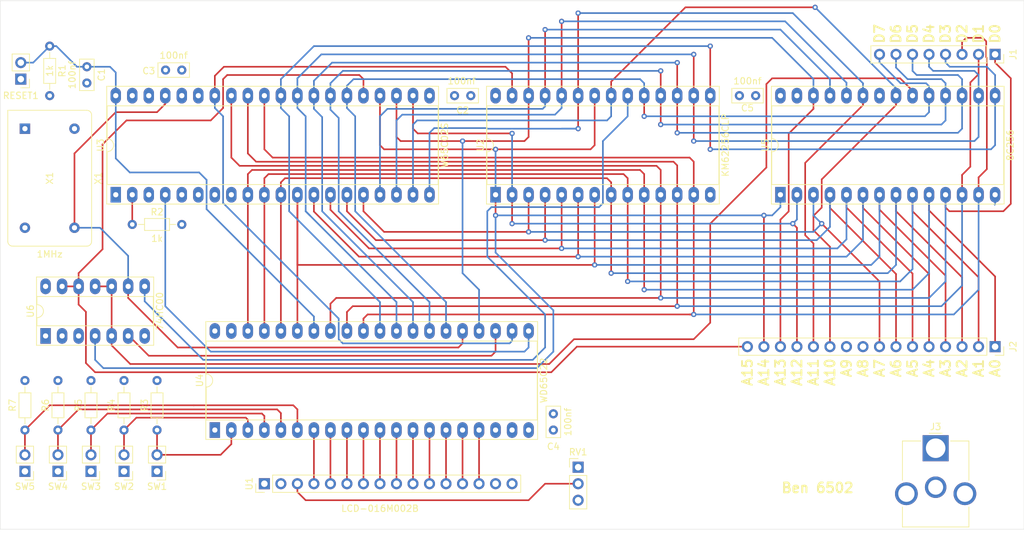
<source format=kicad_pcb>
(kicad_pcb (version 20171130) (host pcbnew "(5.1.8-0-10_14)")
  (layers (0 GND signal) (1 In1.Cu signal) (2 In2.Cu signal) (31 PWR signal) (34 B.Paste user) (35 F.Paste user) (36 B.SilkS user) (37 F.SilkS user) (38 B.Mask user) (39 F.Mask user) (44 Edge.Cuts user))
  (net 0 "")
  (net 1 GND)
  (net 2 "Net-(C1-Pad1)")
  (net 3 VCC)
  (net 4 "Net-(R2-Pad1)")
  (net 5 "Net-(R3-Pad1)")
  (net 6 "Net-(R4-Pad1)")
  (net 7 "Net-(R5-Pad1)")
  (net 8 "Net-(R6-Pad1)")
  (net 9 "Net-(R7-Pad1)")
  (net 10 "Net-(RV1-Pad2)")
  (net 11 "Net-(U1-Pad14)")
  (net 12 "Net-(U1-Pad13)")
  (net 13 "Net-(U1-Pad12)")
  (net 14 "Net-(U1-Pad11)")
  (net 15 "Net-(U1-Pad10)")
  (net 16 "Net-(U1-Pad9)")
  (net 17 "Net-(U1-Pad8)")
  (net 18 "Net-(U1-Pad7)")
  (net 19 "Net-(U1-Pad6)")
  (net 20 "Net-(U1-Pad5)")
  (net 21 "Net-(U1-Pad4)")
  (net 22 "Net-(U2-Pad27)")
  (net 23 /D2)
  (net 24 /A13)
  (net 25 /D1)
  (net 26 /A8)
  (net 27 /D0)
  (net 28 /A9)
  (net 29 /A0)
  (net 30 /A11)
  (net 31 /A1)
  (net 32 /A14)
  (net 33 /A2)
  (net 34 /A10)
  (net 35 /A3)
  (net 36 "Net-(U2-Pad20)")
  (net 37 /A4)
  (net 38 /D7)
  (net 39 /A5)
  (net 40 /D6)
  (net 41 /A6)
  (net 42 /D5)
  (net 43 /A7)
  (net 44 /D4)
  (net 45 /A12)
  (net 46 /D3)
  (net 47 CLK)
  (net 48 /A15)
  (net 49 IRQ)
  (net 50 "Net-(U4-Pad23)")
  (net 51 "Net-(U5-Pad20)")
  (module Connector_BarrelJack:BarrelJack_CUI_PJ-063AH_Horizontal_CircularHoles (layer GND) (at 230.251 122.174)
    (fp_text reference J3 (at 0 -3.3) (layer F.SilkS))
    (fp_text value PWR)
    (pad "" np_thru_hole circle (at 0 9) (size 1.6 1.6) (drill 1.6) (layers *.Cu *.Mask))
    (pad MP thru_hole circle (at 4.5 7) (size 3.5 3.5) (drill 2.5) (layers *.Cu *.Mask))
    (pad MP thru_hole circle (at -4.5 7) (size 3.5 3.5) (drill 2.5) (layers *.Cu *.Mask))
    (pad 2 thru_hole circle (at 0 6) (size 3.3 3.3) (drill 2.3) (layers *.Cu *.Mask) (net 3 VCC))
    (pad 1 thru_hole rect (at 0 0) (size 4 4) (drill 3) (layers *.Cu *.Mask) (net 1 GND))
  )
  (module Connector_PinSocket_2.54mm:PinSocket_1x16_P2.54mm_Vertical (layer GND) (at 239.395 106.553 270)
    (fp_text reference J2 (at 0 -2.77 90) (layer F.SilkS))
    (fp_text value ADDR)
    (pad 16 thru_hole oval (at 0 38.1 270) (size 1.7 1.7) (drill 1) (layers *.Cu *.Mask) (net 48 /A15))
    (pad 15 thru_hole oval (at 0 35.56 270) (size 1.7 1.7) (drill 1) (layers *.Cu *.Mask) (net 32 /A14))
    (pad 14 thru_hole oval (at 0 33.02 270) (size 1.7 1.7) (drill 1) (layers *.Cu *.Mask) (net 24 /A13))
    (pad 13 thru_hole oval (at 0 30.48 270) (size 1.7 1.7) (drill 1) (layers *.Cu *.Mask) (net 45 /A12))
    (pad 12 thru_hole oval (at 0 27.94 270) (size 1.7 1.7) (drill 1) (layers *.Cu *.Mask) (net 30 /A11))
    (pad 11 thru_hole oval (at 0 25.4 270) (size 1.7 1.7) (drill 1) (layers *.Cu *.Mask) (net 34 /A10))
    (pad 10 thru_hole oval (at 0 22.86 270) (size 1.7 1.7) (drill 1) (layers *.Cu *.Mask) (net 28 /A9))
    (pad 9 thru_hole oval (at 0 20.32 270) (size 1.7 1.7) (drill 1) (layers *.Cu *.Mask) (net 26 /A8))
    (pad 8 thru_hole oval (at 0 17.78 270) (size 1.7 1.7) (drill 1) (layers *.Cu *.Mask) (net 43 /A7))
    (pad 7 thru_hole oval (at 0 15.24 270) (size 1.7 1.7) (drill 1) (layers *.Cu *.Mask) (net 41 /A6))
    (pad 6 thru_hole oval (at 0 12.7 270) (size 1.7 1.7) (drill 1) (layers *.Cu *.Mask) (net 39 /A5))
    (pad 5 thru_hole oval (at 0 10.16 270) (size 1.7 1.7) (drill 1) (layers *.Cu *.Mask) (net 37 /A4))
    (pad 4 thru_hole oval (at 0 7.62 270) (size 1.7 1.7) (drill 1) (layers *.Cu *.Mask) (net 35 /A3))
    (pad 3 thru_hole oval (at 0 5.08 270) (size 1.7 1.7) (drill 1) (layers *.Cu *.Mask) (net 33 /A2))
    (pad 2 thru_hole oval (at 0 2.54 270) (size 1.7 1.7) (drill 1) (layers *.Cu *.Mask) (net 31 /A1))
    (pad 1 thru_hole rect (at 0 0 270) (size 1.7 1.7) (drill 1) (layers *.Cu *.Mask) (net 29 /A0))
  )
  (module Connector_PinSocket_2.54mm:PinSocket_1x08_P2.54mm_Vertical (layer GND) (at 239.395 61.595 270)
    (fp_text reference J1 (at 0 -2.77 90) (layer F.SilkS))
    (fp_text value DATA)
    (pad 8 thru_hole oval (at 0 17.78 270) (size 1.7 1.7) (drill 1) (layers *.Cu *.Mask) (net 38 /D7))
    (pad 7 thru_hole oval (at 0 15.24 270) (size 1.7 1.7) (drill 1) (layers *.Cu *.Mask) (net 40 /D6))
    (pad 6 thru_hole oval (at 0 12.7 270) (size 1.7 1.7) (drill 1) (layers *.Cu *.Mask) (net 42 /D5))
    (pad 5 thru_hole oval (at 0 10.16 270) (size 1.7 1.7) (drill 1) (layers *.Cu *.Mask) (net 44 /D4))
    (pad 4 thru_hole oval (at 0 7.62 270) (size 1.7 1.7) (drill 1) (layers *.Cu *.Mask) (net 46 /D3))
    (pad 3 thru_hole oval (at 0 5.08 270) (size 1.7 1.7) (drill 1) (layers *.Cu *.Mask) (net 23 /D2))
    (pad 2 thru_hole oval (at 0 2.54 270) (size 1.7 1.7) (drill 1) (layers *.Cu *.Mask) (net 25 /D1))
    (pad 1 thru_hole rect (at 0 0 270) (size 1.7 1.7) (drill 1) (layers *.Cu *.Mask) (net 27 /D0))
  )
  (module MountingHole:MountingHole_2.5mm (layer GND) (at 240.919 131.826)
    (fp_text reference H4 hide)
    (fp_text value MountingHole hide)
    (pad 1 np_thru_hole circle (at 0 0) (size 2.5 2.5) (drill 2.5) (layers *.Cu *.Mask))
  )
  (module MountingHole:MountingHole_2.5mm (layer GND) (at 241.046 56.134)
    (fp_text reference H3 hide)
    (fp_text value MountingHole hide)
    (pad 1 np_thru_hole circle (at 0 0) (size 2.5 2.5) (drill 2.5) (layers *.Cu *.Mask))
  )
  (module MountingHole:MountingHole_2.5mm (layer GND) (at 89.535 132.08)
    (fp_text reference H2 hide)
    (fp_text value MountingHole hide)
    (pad 1 np_thru_hole circle (at 0 0) (size 2.5 2.5) (drill 2.5) (layers *.Cu *.Mask))
  )
  (module MountingHole:MountingHole_2.5mm (layer GND) (at 89.281 56.007)
    (fp_text reference H1 hide)
    (fp_text value MountingHole hide)
    (pad 1 np_thru_hole circle (at 0 0) (size 2.5 2.5) (drill 2.5) (layers *.Cu *.Mask))
  )
  (module Package_DIP:DIP-28_W15.24mm_Socket_LongPads (layer GND) (at 206.375 83.185 90)
    (fp_text reference U5 (at 7.62 -2.33 90) (layer F.SilkS))
    (fp_text value 8C256 (at 7.62 35.35 90) (layer F.SilkS))
    (pad 28 thru_hole oval (at 15.24 0 90) (size 2.4 1.6) (drill 0.8) (layers *.Cu *.Mask) (net 3 VCC))
    (pad 14 thru_hole oval (at 0 33.02 90) (size 2.4 1.6) (drill 0.8) (layers *.Cu *.Mask) (net 1 GND))
    (pad 27 thru_hole oval (at 15.24 2.54 90) (size 2.4 1.6) (drill 0.8) (layers *.Cu *.Mask) (net 3 VCC))
    (pad 13 thru_hole oval (at 0 30.48 90) (size 2.4 1.6) (drill 0.8) (layers *.Cu *.Mask) (net 23 /D2))
    (pad 26 thru_hole oval (at 15.24 5.08 90) (size 2.4 1.6) (drill 0.8) (layers *.Cu *.Mask) (net 24 /A13))
    (pad 12 thru_hole oval (at 0 27.94 90) (size 2.4 1.6) (drill 0.8) (layers *.Cu *.Mask) (net 25 /D1))
    (pad 25 thru_hole oval (at 15.24 7.62 90) (size 2.4 1.6) (drill 0.8) (layers *.Cu *.Mask) (net 26 /A8))
    (pad 11 thru_hole oval (at 0 25.4 90) (size 2.4 1.6) (drill 0.8) (layers *.Cu *.Mask) (net 27 /D0))
    (pad 24 thru_hole oval (at 15.24 10.16 90) (size 2.4 1.6) (drill 0.8) (layers *.Cu *.Mask) (net 28 /A9))
    (pad 10 thru_hole oval (at 0 22.86 90) (size 2.4 1.6) (drill 0.8) (layers *.Cu *.Mask) (net 29 /A0))
    (pad 23 thru_hole oval (at 15.24 12.7 90) (size 2.4 1.6) (drill 0.8) (layers *.Cu *.Mask) (net 30 /A11))
    (pad 9 thru_hole oval (at 0 20.32 90) (size 2.4 1.6) (drill 0.8) (layers *.Cu *.Mask) (net 31 /A1))
    (pad 22 thru_hole oval (at 15.24 15.24 90) (size 2.4 1.6) (drill 0.8) (layers *.Cu *.Mask) (net 1 GND))
    (pad 8 thru_hole oval (at 0 17.78 90) (size 2.4 1.6) (drill 0.8) (layers *.Cu *.Mask) (net 33 /A2))
    (pad 21 thru_hole oval (at 15.24 17.78 90) (size 2.4 1.6) (drill 0.8) (layers *.Cu *.Mask) (net 34 /A10))
    (pad 7 thru_hole oval (at 0 15.24 90) (size 2.4 1.6) (drill 0.8) (layers *.Cu *.Mask) (net 35 /A3))
    (pad 20 thru_hole oval (at 15.24 20.32 90) (size 2.4 1.6) (drill 0.8) (layers *.Cu *.Mask) (net 51 "Net-(U5-Pad20)"))
    (pad 6 thru_hole oval (at 0 12.7 90) (size 2.4 1.6) (drill 0.8) (layers *.Cu *.Mask) (net 37 /A4))
    (pad 19 thru_hole oval (at 15.24 22.86 90) (size 2.4 1.6) (drill 0.8) (layers *.Cu *.Mask) (net 38 /D7))
    (pad 5 thru_hole oval (at 0 10.16 90) (size 2.4 1.6) (drill 0.8) (layers *.Cu *.Mask) (net 39 /A5))
    (pad 18 thru_hole oval (at 15.24 25.4 90) (size 2.4 1.6) (drill 0.8) (layers *.Cu *.Mask) (net 40 /D6))
    (pad 4 thru_hole oval (at 0 7.62 90) (size 2.4 1.6) (drill 0.8) (layers *.Cu *.Mask) (net 41 /A6))
    (pad 17 thru_hole oval (at 15.24 27.94 90) (size 2.4 1.6) (drill 0.8) (layers *.Cu *.Mask) (net 42 /D5))
    (pad 3 thru_hole oval (at 0 5.08 90) (size 2.4 1.6) (drill 0.8) (layers *.Cu *.Mask) (net 43 /A7))
    (pad 16 thru_hole oval (at 15.24 30.48 90) (size 2.4 1.6) (drill 0.8) (layers *.Cu *.Mask) (net 44 /D4))
    (pad 2 thru_hole oval (at 0 2.54 90) (size 2.4 1.6) (drill 0.8) (layers *.Cu *.Mask) (net 45 /A12))
    (pad 15 thru_hole oval (at 15.24 33.02 90) (size 2.4 1.6) (drill 0.8) (layers *.Cu *.Mask) (net 46 /D3))
    (pad 1 thru_hole rect (at 0 0 90) (size 2.4 1.6) (drill 0.8) (layers *.Cu *.Mask) (net 32 /A14))
  )
  (module Package_DIP:DIP-28_W15.24mm_Socket_LongPads (layer GND) (at 162.56 83.185 90)
    (fp_text reference U2 (at 7.62 -2.33 90) (layer F.SilkS))
    (fp_text value KM62256CLP (at 7.62 35.35 90) (layer F.SilkS))
    (pad 28 thru_hole oval (at 15.24 0 90) (size 2.4 1.6) (drill 0.8) (layers *.Cu *.Mask) (net 3 VCC))
    (pad 14 thru_hole oval (at 0 33.02 90) (size 2.4 1.6) (drill 0.8) (layers *.Cu *.Mask) (net 1 GND))
    (pad 27 thru_hole oval (at 15.24 2.54 90) (size 2.4 1.6) (drill 0.8) (layers *.Cu *.Mask) (net 22 "Net-(U2-Pad27)"))
    (pad 13 thru_hole oval (at 0 30.48 90) (size 2.4 1.6) (drill 0.8) (layers *.Cu *.Mask) (net 23 /D2))
    (pad 26 thru_hole oval (at 15.24 5.08 90) (size 2.4 1.6) (drill 0.8) (layers *.Cu *.Mask) (net 24 /A13))
    (pad 12 thru_hole oval (at 0 27.94 90) (size 2.4 1.6) (drill 0.8) (layers *.Cu *.Mask) (net 25 /D1))
    (pad 25 thru_hole oval (at 15.24 7.62 90) (size 2.4 1.6) (drill 0.8) (layers *.Cu *.Mask) (net 26 /A8))
    (pad 11 thru_hole oval (at 0 25.4 90) (size 2.4 1.6) (drill 0.8) (layers *.Cu *.Mask) (net 27 /D0))
    (pad 24 thru_hole oval (at 15.24 10.16 90) (size 2.4 1.6) (drill 0.8) (layers *.Cu *.Mask) (net 28 /A9))
    (pad 10 thru_hole oval (at 0 22.86 90) (size 2.4 1.6) (drill 0.8) (layers *.Cu *.Mask) (net 29 /A0))
    (pad 23 thru_hole oval (at 15.24 12.7 90) (size 2.4 1.6) (drill 0.8) (layers *.Cu *.Mask) (net 30 /A11))
    (pad 9 thru_hole oval (at 0 20.32 90) (size 2.4 1.6) (drill 0.8) (layers *.Cu *.Mask) (net 31 /A1))
    (pad 22 thru_hole oval (at 15.24 15.24 90) (size 2.4 1.6) (drill 0.8) (layers *.Cu *.Mask) (net 32 /A14))
    (pad 8 thru_hole oval (at 0 17.78 90) (size 2.4 1.6) (drill 0.8) (layers *.Cu *.Mask) (net 33 /A2))
    (pad 21 thru_hole oval (at 15.24 17.78 90) (size 2.4 1.6) (drill 0.8) (layers *.Cu *.Mask) (net 34 /A10))
    (pad 7 thru_hole oval (at 0 15.24 90) (size 2.4 1.6) (drill 0.8) (layers *.Cu *.Mask) (net 35 /A3))
    (pad 20 thru_hole oval (at 15.24 20.32 90) (size 2.4 1.6) (drill 0.8) (layers *.Cu *.Mask) (net 36 "Net-(U2-Pad20)"))
    (pad 6 thru_hole oval (at 0 12.7 90) (size 2.4 1.6) (drill 0.8) (layers *.Cu *.Mask) (net 37 /A4))
    (pad 19 thru_hole oval (at 15.24 22.86 90) (size 2.4 1.6) (drill 0.8) (layers *.Cu *.Mask) (net 38 /D7))
    (pad 5 thru_hole oval (at 0 10.16 90) (size 2.4 1.6) (drill 0.8) (layers *.Cu *.Mask) (net 39 /A5))
    (pad 18 thru_hole oval (at 15.24 25.4 90) (size 2.4 1.6) (drill 0.8) (layers *.Cu *.Mask) (net 40 /D6))
    (pad 4 thru_hole oval (at 0 7.62 90) (size 2.4 1.6) (drill 0.8) (layers *.Cu *.Mask) (net 41 /A6))
    (pad 17 thru_hole oval (at 15.24 27.94 90) (size 2.4 1.6) (drill 0.8) (layers *.Cu *.Mask) (net 42 /D5))
    (pad 3 thru_hole oval (at 0 5.08 90) (size 2.4 1.6) (drill 0.8) (layers *.Cu *.Mask) (net 43 /A7))
    (pad 16 thru_hole oval (at 15.24 30.48 90) (size 2.4 1.6) (drill 0.8) (layers *.Cu *.Mask) (net 44 /D4))
    (pad 2 thru_hole oval (at 0 2.54 90) (size 2.4 1.6) (drill 0.8) (layers *.Cu *.Mask) (net 45 /A12))
    (pad 15 thru_hole oval (at 15.24 33.02 90) (size 2.4 1.6) (drill 0.8) (layers *.Cu *.Mask) (net 46 /D3))
    (pad 1 thru_hole rect (at 0 0 90) (size 2.4 1.6) (drill 0.8) (layers *.Cu *.Mask) (net 32 /A14))
  )
  (module Oscillator:Oscillator_DIP-14 (layer GND) (at 90.17 73.025 270)
    (fp_text reference X1 (at 7.62 -11.26 90) (layer F.SilkS))
    (fp_text value 1MHz (at 19.304 -3.81 180) (layer F.SilkS))
    (fp_text user %R (at 7.62 -3.81 90) (layer F.SilkS))
    (pad 7 thru_hole circle (at 15.24 0 270) (size 1.6 1.6) (drill 0.8) (layers *.Cu *.Mask) (net 1 GND))
    (pad 8 thru_hole circle (at 15.24 -7.62 270) (size 1.6 1.6) (drill 0.8) (layers *.Cu *.Mask) (net 47 CLK))
    (pad 14 thru_hole circle (at 0 -7.62 270) (size 1.6 1.6) (drill 0.8) (layers *.Cu *.Mask) (net 3 VCC))
    (pad 1 thru_hole rect (at 0 0 270) (size 1.6 1.6) (drill 0.8) (layers *.Cu *.Mask))
  )
  (module Package_DIP:DIP-14_W7.62mm_Socket_LongPads (layer GND) (at 93.345 104.902 90)
    (fp_text reference U6 (at 3.81 -2.33 90) (layer F.SilkS))
    (fp_text value 74HC00 (at 3.81 17.57 90) (layer F.SilkS))
    (pad 14 thru_hole oval (at 7.62 0 90) (size 2.4 1.6) (drill 0.8) (layers *.Cu *.Mask) (net 3 VCC))
    (pad 7 thru_hole oval (at 0 15.24 90) (size 2.4 1.6) (drill 0.8) (layers *.Cu *.Mask) (net 1 GND))
    (pad 13 thru_hole oval (at 7.62 2.54 90) (size 2.4 1.6) (drill 0.8) (layers *.Cu *.Mask) (net 48 /A15))
    (pad 6 thru_hole oval (at 0 12.7 90) (size 2.4 1.6) (drill 0.8) (layers *.Cu *.Mask) (net 50 "Net-(U4-Pad23)"))
    (pad 12 thru_hole oval (at 7.62 5.08 90) (size 2.4 1.6) (drill 0.8) (layers *.Cu *.Mask) (net 48 /A15))
    (pad 5 thru_hole oval (at 0 10.16 90) (size 2.4 1.6) (drill 0.8) (layers *.Cu *.Mask) (net 51 "Net-(U5-Pad20)"))
    (pad 11 thru_hole oval (at 7.62 7.62 90) (size 2.4 1.6) (drill 0.8) (layers *.Cu *.Mask) (net 51 "Net-(U5-Pad20)"))
    (pad 4 thru_hole oval (at 0 7.62 90) (size 2.4 1.6) (drill 0.8) (layers *.Cu *.Mask) (net 32 /A14))
    (pad 10 thru_hole oval (at 7.62 10.16 90) (size 2.4 1.6) (drill 0.8) (layers *.Cu *.Mask) (net 51 "Net-(U5-Pad20)"))
    (pad 3 thru_hole oval (at 0 5.08 90) (size 2.4 1.6) (drill 0.8) (layers *.Cu *.Mask))
    (pad 9 thru_hole oval (at 7.62 12.7 90) (size 2.4 1.6) (drill 0.8) (layers *.Cu *.Mask) (net 47 CLK))
    (pad 2 thru_hole oval (at 0 2.54 90) (size 2.4 1.6) (drill 0.8) (layers *.Cu *.Mask))
    (pad 8 thru_hole oval (at 7.62 15.24 90) (size 2.4 1.6) (drill 0.8) (layers *.Cu *.Mask) (net 36 "Net-(U2-Pad20)"))
    (pad 1 thru_hole rect (at 0 0 90) (size 2.4 1.6) (drill 0.8) (layers *.Cu *.Mask))
  )
  (module Package_DIP:DIP-40_W15.24mm_Socket_LongPads (layer GND) (at 119.38 119.38 90)
    (fp_text reference U4 (at 7.62 -2.33 90) (layer F.SilkS))
    (fp_text value WD65C22 (at 7.62 50.59 90) (layer F.SilkS))
    (pad 40 thru_hole oval (at 15.24 0 90) (size 2.4 1.6) (drill 0.8) (layers *.Cu *.Mask))
    (pad 20 thru_hole oval (at 0 48.26 90) (size 2.4 1.6) (drill 0.8) (layers *.Cu *.Mask) (net 3 VCC))
    (pad 39 thru_hole oval (at 15.24 2.54 90) (size 2.4 1.6) (drill 0.8) (layers *.Cu *.Mask))
    (pad 19 thru_hole oval (at 0 45.72 90) (size 2.4 1.6) (drill 0.8) (layers *.Cu *.Mask))
    (pad 38 thru_hole oval (at 15.24 5.08 90) (size 2.4 1.6) (drill 0.8) (layers *.Cu *.Mask) (net 29 /A0))
    (pad 18 thru_hole oval (at 0 43.18 90) (size 2.4 1.6) (drill 0.8) (layers *.Cu *.Mask))
    (pad 37 thru_hole oval (at 15.24 7.62 90) (size 2.4 1.6) (drill 0.8) (layers *.Cu *.Mask) (net 31 /A1))
    (pad 17 thru_hole oval (at 0 40.64 90) (size 2.4 1.6) (drill 0.8) (layers *.Cu *.Mask) (net 11 "Net-(U1-Pad14)"))
    (pad 36 thru_hole oval (at 15.24 10.16 90) (size 2.4 1.6) (drill 0.8) (layers *.Cu *.Mask) (net 33 /A2))
    (pad 16 thru_hole oval (at 0 38.1 90) (size 2.4 1.6) (drill 0.8) (layers *.Cu *.Mask) (net 12 "Net-(U1-Pad13)"))
    (pad 35 thru_hole oval (at 15.24 12.7 90) (size 2.4 1.6) (drill 0.8) (layers *.Cu *.Mask) (net 35 /A3))
    (pad 15 thru_hole oval (at 0 35.56 90) (size 2.4 1.6) (drill 0.8) (layers *.Cu *.Mask) (net 13 "Net-(U1-Pad12)"))
    (pad 34 thru_hole oval (at 15.24 15.24 90) (size 2.4 1.6) (drill 0.8) (layers *.Cu *.Mask) (net 2 "Net-(C1-Pad1)"))
    (pad 14 thru_hole oval (at 0 33.02 90) (size 2.4 1.6) (drill 0.8) (layers *.Cu *.Mask) (net 14 "Net-(U1-Pad11)"))
    (pad 33 thru_hole oval (at 15.24 17.78 90) (size 2.4 1.6) (drill 0.8) (layers *.Cu *.Mask) (net 27 /D0))
    (pad 13 thru_hole oval (at 0 30.48 90) (size 2.4 1.6) (drill 0.8) (layers *.Cu *.Mask) (net 15 "Net-(U1-Pad10)"))
    (pad 32 thru_hole oval (at 15.24 20.32 90) (size 2.4 1.6) (drill 0.8) (layers *.Cu *.Mask) (net 25 /D1))
    (pad 12 thru_hole oval (at 0 27.94 90) (size 2.4 1.6) (drill 0.8) (layers *.Cu *.Mask) (net 16 "Net-(U1-Pad9)"))
    (pad 31 thru_hole oval (at 15.24 22.86 90) (size 2.4 1.6) (drill 0.8) (layers *.Cu *.Mask) (net 23 /D2))
    (pad 11 thru_hole oval (at 0 25.4 90) (size 2.4 1.6) (drill 0.8) (layers *.Cu *.Mask) (net 17 "Net-(U1-Pad8)"))
    (pad 30 thru_hole oval (at 15.24 25.4 90) (size 2.4 1.6) (drill 0.8) (layers *.Cu *.Mask) (net 46 /D3))
    (pad 10 thru_hole oval (at 0 22.86 90) (size 2.4 1.6) (drill 0.8) (layers *.Cu *.Mask) (net 18 "Net-(U1-Pad7)"))
    (pad 29 thru_hole oval (at 15.24 27.94 90) (size 2.4 1.6) (drill 0.8) (layers *.Cu *.Mask) (net 44 /D4))
    (pad 9 thru_hole oval (at 0 20.32 90) (size 2.4 1.6) (drill 0.8) (layers *.Cu *.Mask) (net 19 "Net-(U1-Pad6)"))
    (pad 28 thru_hole oval (at 15.24 30.48 90) (size 2.4 1.6) (drill 0.8) (layers *.Cu *.Mask) (net 42 /D5))
    (pad 8 thru_hole oval (at 0 17.78 90) (size 2.4 1.6) (drill 0.8) (layers *.Cu *.Mask) (net 20 "Net-(U1-Pad5)"))
    (pad 27 thru_hole oval (at 15.24 33.02 90) (size 2.4 1.6) (drill 0.8) (layers *.Cu *.Mask) (net 40 /D6))
    (pad 7 thru_hole oval (at 0 15.24 90) (size 2.4 1.6) (drill 0.8) (layers *.Cu *.Mask) (net 21 "Net-(U1-Pad4)"))
    (pad 26 thru_hole oval (at 15.24 35.56 90) (size 2.4 1.6) (drill 0.8) (layers *.Cu *.Mask) (net 38 /D7))
    (pad 6 thru_hole oval (at 0 12.7 90) (size 2.4 1.6) (drill 0.8) (layers *.Cu *.Mask) (net 9 "Net-(R7-Pad1)"))
    (pad 25 thru_hole oval (at 15.24 38.1 90) (size 2.4 1.6) (drill 0.8) (layers *.Cu *.Mask) (net 47 CLK))
    (pad 5 thru_hole oval (at 0 10.16 90) (size 2.4 1.6) (drill 0.8) (layers *.Cu *.Mask) (net 8 "Net-(R6-Pad1)"))
    (pad 24 thru_hole oval (at 15.24 40.64 90) (size 2.4 1.6) (drill 0.8) (layers *.Cu *.Mask) (net 24 /A13))
    (pad 4 thru_hole oval (at 0 7.62 90) (size 2.4 1.6) (drill 0.8) (layers *.Cu *.Mask) (net 7 "Net-(R5-Pad1)"))
    (pad 23 thru_hole oval (at 15.24 43.18 90) (size 2.4 1.6) (drill 0.8) (layers *.Cu *.Mask) (net 50 "Net-(U4-Pad23)"))
    (pad 3 thru_hole oval (at 0 5.08 90) (size 2.4 1.6) (drill 0.8) (layers *.Cu *.Mask) (net 6 "Net-(R4-Pad1)"))
    (pad 22 thru_hole oval (at 15.24 45.72 90) (size 2.4 1.6) (drill 0.8) (layers *.Cu *.Mask) (net 22 "Net-(U2-Pad27)"))
    (pad 2 thru_hole oval (at 0 2.54 90) (size 2.4 1.6) (drill 0.8) (layers *.Cu *.Mask) (net 5 "Net-(R3-Pad1)"))
    (pad 21 thru_hole oval (at 15.24 48.26 90) (size 2.4 1.6) (drill 0.8) (layers *.Cu *.Mask) (net 49 IRQ))
    (pad 1 thru_hole rect (at 0 0 90) (size 2.4 1.6) (drill 0.8) (layers *.Cu *.Mask) (net 1 GND))
  )
  (module Package_DIP:DIP-40_W15.24mm_Socket_LongPads (layer GND) (at 104.14 83.185 90)
    (fp_text reference U3 (at 7.62 -2.33 90) (layer F.SilkS))
    (fp_text value W65C02S (at 7.62 50.59 90) (layer F.SilkS))
    (pad 40 thru_hole oval (at 15.24 0 90) (size 2.4 1.6) (drill 0.8) (layers *.Cu *.Mask) (net 2 "Net-(C1-Pad1)"))
    (pad 20 thru_hole oval (at 0 48.26 90) (size 2.4 1.6) (drill 0.8) (layers *.Cu *.Mask) (net 30 /A11))
    (pad 39 thru_hole oval (at 15.24 2.54 90) (size 2.4 1.6) (drill 0.8) (layers *.Cu *.Mask))
    (pad 19 thru_hole oval (at 0 45.72 90) (size 2.4 1.6) (drill 0.8) (layers *.Cu *.Mask) (net 34 /A10))
    (pad 38 thru_hole oval (at 15.24 5.08 90) (size 2.4 1.6) (drill 0.8) (layers *.Cu *.Mask))
    (pad 18 thru_hole oval (at 0 43.18 90) (size 2.4 1.6) (drill 0.8) (layers *.Cu *.Mask) (net 28 /A9))
    (pad 37 thru_hole oval (at 15.24 7.62 90) (size 2.4 1.6) (drill 0.8) (layers *.Cu *.Mask) (net 47 CLK))
    (pad 17 thru_hole oval (at 0 40.64 90) (size 2.4 1.6) (drill 0.8) (layers *.Cu *.Mask) (net 26 /A8))
    (pad 36 thru_hole oval (at 15.24 10.16 90) (size 2.4 1.6) (drill 0.8) (layers *.Cu *.Mask) (net 3 VCC))
    (pad 16 thru_hole oval (at 0 38.1 90) (size 2.4 1.6) (drill 0.8) (layers *.Cu *.Mask) (net 43 /A7))
    (pad 35 thru_hole oval (at 15.24 12.7 90) (size 2.4 1.6) (drill 0.8) (layers *.Cu *.Mask))
    (pad 15 thru_hole oval (at 0 35.56 90) (size 2.4 1.6) (drill 0.8) (layers *.Cu *.Mask) (net 41 /A6))
    (pad 34 thru_hole oval (at 15.24 15.24 90) (size 2.4 1.6) (drill 0.8) (layers *.Cu *.Mask) (net 22 "Net-(U2-Pad27)"))
    (pad 14 thru_hole oval (at 0 33.02 90) (size 2.4 1.6) (drill 0.8) (layers *.Cu *.Mask) (net 39 /A5))
    (pad 33 thru_hole oval (at 15.24 17.78 90) (size 2.4 1.6) (drill 0.8) (layers *.Cu *.Mask) (net 27 /D0))
    (pad 13 thru_hole oval (at 0 30.48 90) (size 2.4 1.6) (drill 0.8) (layers *.Cu *.Mask) (net 37 /A4))
    (pad 32 thru_hole oval (at 15.24 20.32 90) (size 2.4 1.6) (drill 0.8) (layers *.Cu *.Mask) (net 25 /D1))
    (pad 12 thru_hole oval (at 0 27.94 90) (size 2.4 1.6) (drill 0.8) (layers *.Cu *.Mask) (net 35 /A3))
    (pad 31 thru_hole oval (at 15.24 22.86 90) (size 2.4 1.6) (drill 0.8) (layers *.Cu *.Mask) (net 23 /D2))
    (pad 11 thru_hole oval (at 0 25.4 90) (size 2.4 1.6) (drill 0.8) (layers *.Cu *.Mask) (net 33 /A2))
    (pad 30 thru_hole oval (at 15.24 25.4 90) (size 2.4 1.6) (drill 0.8) (layers *.Cu *.Mask) (net 46 /D3))
    (pad 10 thru_hole oval (at 0 22.86 90) (size 2.4 1.6) (drill 0.8) (layers *.Cu *.Mask) (net 31 /A1))
    (pad 29 thru_hole oval (at 15.24 27.94 90) (size 2.4 1.6) (drill 0.8) (layers *.Cu *.Mask) (net 44 /D4))
    (pad 9 thru_hole oval (at 0 20.32 90) (size 2.4 1.6) (drill 0.8) (layers *.Cu *.Mask) (net 29 /A0))
    (pad 28 thru_hole oval (at 15.24 30.48 90) (size 2.4 1.6) (drill 0.8) (layers *.Cu *.Mask) (net 42 /D5))
    (pad 8 thru_hole oval (at 0 17.78 90) (size 2.4 1.6) (drill 0.8) (layers *.Cu *.Mask) (net 3 VCC))
    (pad 27 thru_hole oval (at 15.24 33.02 90) (size 2.4 1.6) (drill 0.8) (layers *.Cu *.Mask) (net 40 /D6))
    (pad 7 thru_hole oval (at 0 15.24 90) (size 2.4 1.6) (drill 0.8) (layers *.Cu *.Mask))
    (pad 26 thru_hole oval (at 15.24 35.56 90) (size 2.4 1.6) (drill 0.8) (layers *.Cu *.Mask) (net 38 /D7))
    (pad 6 thru_hole oval (at 0 12.7 90) (size 2.4 1.6) (drill 0.8) (layers *.Cu *.Mask) (net 3 VCC))
    (pad 25 thru_hole oval (at 15.24 38.1 90) (size 2.4 1.6) (drill 0.8) (layers *.Cu *.Mask) (net 48 /A15))
    (pad 5 thru_hole oval (at 0 10.16 90) (size 2.4 1.6) (drill 0.8) (layers *.Cu *.Mask))
    (pad 24 thru_hole oval (at 15.24 40.64 90) (size 2.4 1.6) (drill 0.8) (layers *.Cu *.Mask) (net 32 /A14))
    (pad 4 thru_hole oval (at 0 7.62 90) (size 2.4 1.6) (drill 0.8) (layers *.Cu *.Mask) (net 49 IRQ))
    (pad 23 thru_hole oval (at 15.24 43.18 90) (size 2.4 1.6) (drill 0.8) (layers *.Cu *.Mask) (net 24 /A13))
    (pad 3 thru_hole oval (at 0 5.08 90) (size 2.4 1.6) (drill 0.8) (layers *.Cu *.Mask))
    (pad 22 thru_hole oval (at 15.24 45.72 90) (size 2.4 1.6) (drill 0.8) (layers *.Cu *.Mask) (net 45 /A12))
    (pad 2 thru_hole oval (at 0 2.54 90) (size 2.4 1.6) (drill 0.8) (layers *.Cu *.Mask) (net 4 "Net-(R2-Pad1)"))
    (pad 21 thru_hole oval (at 15.24 48.26 90) (size 2.4 1.6) (drill 0.8) (layers *.Cu *.Mask) (net 1 GND))
    (pad 1 thru_hole rect (at 0 0 90) (size 2.4 1.6) (drill 0.8) (layers *.Cu *.Mask))
  )
  (module Connector_PinHeader_2.54mm:PinHeader_1x16_P2.54mm_Vertical (layer GND) (at 127 127.635 90)
    (fp_text reference U1 (at 0 -2.33 90) (layer F.SilkS))
    (fp_text value LCD-016M002B (at -3.81 17.78 180) (layer F.SilkS))
    (pad 16 thru_hole oval (at 0 38.1 90) (size 1.7 1.7) (drill 1) (layers *.Cu *.Mask) (net 1 GND))
    (pad 15 thru_hole oval (at 0 35.56 90) (size 1.7 1.7) (drill 1) (layers *.Cu *.Mask) (net 3 VCC))
    (pad 14 thru_hole oval (at 0 33.02 90) (size 1.7 1.7) (drill 1) (layers *.Cu *.Mask) (net 11 "Net-(U1-Pad14)"))
    (pad 13 thru_hole oval (at 0 30.48 90) (size 1.7 1.7) (drill 1) (layers *.Cu *.Mask) (net 12 "Net-(U1-Pad13)"))
    (pad 12 thru_hole oval (at 0 27.94 90) (size 1.7 1.7) (drill 1) (layers *.Cu *.Mask) (net 13 "Net-(U1-Pad12)"))
    (pad 11 thru_hole oval (at 0 25.4 90) (size 1.7 1.7) (drill 1) (layers *.Cu *.Mask) (net 14 "Net-(U1-Pad11)"))
    (pad 10 thru_hole oval (at 0 22.86 90) (size 1.7 1.7) (drill 1) (layers *.Cu *.Mask) (net 15 "Net-(U1-Pad10)"))
    (pad 9 thru_hole oval (at 0 20.32 90) (size 1.7 1.7) (drill 1) (layers *.Cu *.Mask) (net 16 "Net-(U1-Pad9)"))
    (pad 8 thru_hole oval (at 0 17.78 90) (size 1.7 1.7) (drill 1) (layers *.Cu *.Mask) (net 17 "Net-(U1-Pad8)"))
    (pad 7 thru_hole oval (at 0 15.24 90) (size 1.7 1.7) (drill 1) (layers *.Cu *.Mask) (net 18 "Net-(U1-Pad7)"))
    (pad 6 thru_hole oval (at 0 12.7 90) (size 1.7 1.7) (drill 1) (layers *.Cu *.Mask) (net 19 "Net-(U1-Pad6)"))
    (pad 5 thru_hole oval (at 0 10.16 90) (size 1.7 1.7) (drill 1) (layers *.Cu *.Mask) (net 20 "Net-(U1-Pad5)"))
    (pad 4 thru_hole oval (at 0 7.62 90) (size 1.7 1.7) (drill 1) (layers *.Cu *.Mask) (net 21 "Net-(U1-Pad4)"))
    (pad 3 thru_hole oval (at 0 5.08 90) (size 1.7 1.7) (drill 1) (layers *.Cu *.Mask) (net 10 "Net-(RV1-Pad2)"))
    (pad 2 thru_hole oval (at 0 2.54 90) (size 1.7 1.7) (drill 1) (layers *.Cu *.Mask) (net 3 VCC))
    (pad 1 thru_hole rect (at 0 0 90) (size 1.7 1.7) (drill 1) (layers *.Cu *.Mask) (net 1 GND))
  )
  (module Connector_PinHeader_2.54mm:PinHeader_1x02_P2.54mm_Vertical (layer GND) (at 90.17 125.73 180)
    (fp_text reference SW5 (at 0 -2.33) (layer F.SilkS))
    (fp_text value 1)
    (pad 2 thru_hole oval (at 0 2.54 180) (size 1.7 1.7) (drill 1) (layers *.Cu *.Mask) (net 9 "Net-(R7-Pad1)"))
    (pad 1 thru_hole rect (at 0 0 180) (size 1.7 1.7) (drill 1) (layers *.Cu *.Mask) (net 1 GND))
  )
  (module Connector_PinHeader_2.54mm:PinHeader_1x02_P2.54mm_Vertical (layer GND) (at 95.25 125.73 180)
    (fp_text reference SW4 (at 0 -2.33) (layer F.SilkS))
    (fp_text value 1)
    (pad 2 thru_hole oval (at 0 2.54 180) (size 1.7 1.7) (drill 1) (layers *.Cu *.Mask) (net 8 "Net-(R6-Pad1)"))
    (pad 1 thru_hole rect (at 0 0 180) (size 1.7 1.7) (drill 1) (layers *.Cu *.Mask) (net 1 GND))
  )
  (module Connector_PinHeader_2.54mm:PinHeader_1x02_P2.54mm_Vertical (layer GND) (at 100.33 125.73 180)
    (fp_text reference SW3 (at 0 -2.33) (layer F.SilkS))
    (fp_text value 1)
    (pad 2 thru_hole oval (at 0 2.54 180) (size 1.7 1.7) (drill 1) (layers *.Cu *.Mask) (net 7 "Net-(R5-Pad1)"))
    (pad 1 thru_hole rect (at 0 0 180) (size 1.7 1.7) (drill 1) (layers *.Cu *.Mask) (net 1 GND))
  )
  (module Connector_PinHeader_2.54mm:PinHeader_1x02_P2.54mm_Vertical (layer GND) (at 105.41 125.73 180)
    (fp_text reference SW2 (at 0 -2.33) (layer F.SilkS))
    (fp_text value 1)
    (pad 2 thru_hole oval (at 0 2.54 180) (size 1.7 1.7) (drill 1) (layers *.Cu *.Mask) (net 6 "Net-(R4-Pad1)"))
    (pad 1 thru_hole rect (at 0 0 180) (size 1.7 1.7) (drill 1) (layers *.Cu *.Mask) (net 1 GND))
  )
  (module Connector_PinHeader_2.54mm:PinHeader_1x02_P2.54mm_Vertical (layer GND) (at 110.49 125.73 180)
    (fp_text reference SW1 (at 0 -2.33) (layer F.SilkS))
    (fp_text value 1)
    (pad 2 thru_hole oval (at 0 2.54 180) (size 1.7 1.7) (drill 1) (layers *.Cu *.Mask) (net 5 "Net-(R3-Pad1)"))
    (pad 1 thru_hole rect (at 0 0 180) (size 1.7 1.7) (drill 1) (layers *.Cu *.Mask) (net 1 GND))
  )
  (module Connector_PinHeader_2.54mm:PinHeader_1x03_P2.54mm_Vertical (layer GND) (at 175.26 125.095)
    (fp_text reference RV1 (at 0 -2.33) (layer F.SilkS))
    (fp_text value 10k)
    (pad 3 thru_hole oval (at 0 5.08) (size 1.7 1.7) (drill 1) (layers *.Cu *.Mask))
    (pad 2 thru_hole oval (at 0 2.54) (size 1.7 1.7) (drill 1) (layers *.Cu *.Mask) (net 10 "Net-(RV1-Pad2)"))
    (pad 1 thru_hole rect (at 0 0) (size 1.7 1.7) (drill 1) (layers *.Cu *.Mask) (net 1 GND))
  )
  (module Connector_PinHeader_2.54mm:PinHeader_1x02_P2.54mm_Vertical (layer GND) (at 89.535 65.405 180)
    (fp_text reference RESET1 (at 0 -2.54) (layer F.SilkS))
    (fp_text value SW1)
    (pad 2 thru_hole oval (at 0 2.54 180) (size 1.7 1.7) (drill 1) (layers *.Cu *.Mask) (net 2 "Net-(C1-Pad1)"))
    (pad 1 thru_hole rect (at 0 0 180) (size 1.7 1.7) (drill 1) (layers *.Cu *.Mask) (net 1 GND))
  )
  (module Resistor_THT:R_Axial_DIN0204_L3.6mm_D1.6mm_P7.62mm_Horizontal (layer GND) (at 90.17 119.38 90)
    (fp_text reference R7 (at 3.81 -1.92 90) (layer F.SilkS))
    (fp_text value 1k)
    (pad 2 thru_hole oval (at 7.62 0 90) (size 1.4 1.4) (drill 0.7) (layers *.Cu *.Mask) (net 3 VCC))
    (pad 1 thru_hole circle (at 0 0 90) (size 1.4 1.4) (drill 0.7) (layers *.Cu *.Mask) (net 9 "Net-(R7-Pad1)"))
  )
  (module Resistor_THT:R_Axial_DIN0204_L3.6mm_D1.6mm_P7.62mm_Horizontal (layer GND) (at 95.25 119.38 90)
    (fp_text reference R6 (at 3.81 -1.92 90) (layer F.SilkS))
    (fp_text value 1k)
    (pad 2 thru_hole oval (at 7.62 0 90) (size 1.4 1.4) (drill 0.7) (layers *.Cu *.Mask) (net 3 VCC))
    (pad 1 thru_hole circle (at 0 0 90) (size 1.4 1.4) (drill 0.7) (layers *.Cu *.Mask) (net 8 "Net-(R6-Pad1)"))
  )
  (module Resistor_THT:R_Axial_DIN0204_L3.6mm_D1.6mm_P7.62mm_Horizontal (layer GND) (at 100.33 119.38 90)
    (fp_text reference R5 (at 3.81 -1.92 90) (layer F.SilkS))
    (fp_text value 1k)
    (pad 2 thru_hole oval (at 7.62 0 90) (size 1.4 1.4) (drill 0.7) (layers *.Cu *.Mask) (net 3 VCC))
    (pad 1 thru_hole circle (at 0 0 90) (size 1.4 1.4) (drill 0.7) (layers *.Cu *.Mask) (net 7 "Net-(R5-Pad1)"))
  )
  (module Resistor_THT:R_Axial_DIN0204_L3.6mm_D1.6mm_P7.62mm_Horizontal (layer GND) (at 105.41 119.38 90)
    (fp_text reference R4 (at 3.81 -1.92 90) (layer F.SilkS))
    (fp_text value 1k)
    (pad 2 thru_hole oval (at 7.62 0 90) (size 1.4 1.4) (drill 0.7) (layers *.Cu *.Mask) (net 3 VCC))
    (pad 1 thru_hole circle (at 0 0 90) (size 1.4 1.4) (drill 0.7) (layers *.Cu *.Mask) (net 6 "Net-(R4-Pad1)"))
  )
  (module Resistor_THT:R_Axial_DIN0204_L3.6mm_D1.6mm_P7.62mm_Horizontal (layer GND) (at 110.49 119.38 90)
    (fp_text reference R3 (at 3.81 -1.92 90) (layer F.SilkS))
    (fp_text value 1k)
    (pad 2 thru_hole oval (at 7.62 0 90) (size 1.4 1.4) (drill 0.7) (layers *.Cu *.Mask) (net 3 VCC))
    (pad 1 thru_hole circle (at 0 0 90) (size 1.4 1.4) (drill 0.7) (layers *.Cu *.Mask) (net 5 "Net-(R3-Pad1)"))
  )
  (module Resistor_THT:R_Axial_DIN0204_L3.6mm_D1.6mm_P7.62mm_Horizontal (layer GND) (at 106.68 87.757)
    (fp_text reference R2 (at 3.81 -1.92) (layer F.SilkS))
    (fp_text value 1k (at 3.81 2.159) (layer F.SilkS))
    (pad 2 thru_hole oval (at 7.62 0) (size 1.4 1.4) (drill 0.7) (layers *.Cu *.Mask) (net 3 VCC))
    (pad 1 thru_hole circle (at 0 0) (size 1.4 1.4) (drill 0.7) (layers *.Cu *.Mask) (net 4 "Net-(R2-Pad1)"))
  )
  (module Resistor_THT:R_Axial_DIN0204_L3.6mm_D1.6mm_P7.62mm_Horizontal (layer GND) (at 93.98 60.325 270)
    (fp_text reference R1 (at 3.81 -1.92 90) (layer F.SilkS))
    (fp_text value 1k (at 3.81 0 90) (layer F.SilkS))
    (pad 2 thru_hole oval (at 7.62 0 270) (size 1.4 1.4) (drill 0.7) (layers *.Cu *.Mask) (net 3 VCC))
    (pad 1 thru_hole circle (at 0 0 270) (size 1.4 1.4) (drill 0.7) (layers *.Cu *.Mask) (net 2 "Net-(C1-Pad1)"))
  )
  (module Capacitor_THT:C_Rect_L4.6mm_W2.0mm_P2.50mm_MKS02_FKP02 (layer GND) (at 202.565 67.945 180)
    (fp_text reference C5 (at 1.27 -1.905) (layer F.SilkS))
    (fp_text value 100nf (at 1.25 2.25) (layer F.SilkS))
    (pad 2 thru_hole circle (at 2.5 0 180) (size 1.4 1.4) (drill 0.7) (layers *.Cu *.Mask) (net 1 GND))
    (pad 1 thru_hole circle (at 0 0 180) (size 1.4 1.4) (drill 0.7) (layers *.Cu *.Mask) (net 3 VCC))
  )
  (module Capacitor_THT:C_Rect_L4.6mm_W2.0mm_P2.50mm_MKS02_FKP02 (layer GND) (at 171.45 119.38 90)
    (fp_text reference C4 (at -2.54 0 180) (layer F.SilkS))
    (fp_text value 100nf (at 1.25 2.25 90) (layer F.SilkS))
    (pad 2 thru_hole circle (at 2.5 0 90) (size 1.4 1.4) (drill 0.7) (layers *.Cu *.Mask) (net 1 GND))
    (pad 1 thru_hole circle (at 0 0 90) (size 1.4 1.4) (drill 0.7) (layers *.Cu *.Mask) (net 3 VCC))
  )
  (module Capacitor_THT:C_Rect_L4.6mm_W2.0mm_P2.50mm_MKS02_FKP02 (layer GND) (at 114.3 64.008 180)
    (fp_text reference C3 (at 5.08 -0.127) (layer F.SilkS))
    (fp_text value 100nf (at 1.25 2.25) (layer F.SilkS))
    (pad 2 thru_hole circle (at 2.5 0 180) (size 1.4 1.4) (drill 0.7) (layers *.Cu *.Mask) (net 1 GND))
    (pad 1 thru_hole circle (at 0 0 180) (size 1.4 1.4) (drill 0.7) (layers *.Cu *.Mask) (net 3 VCC))
  )
  (module Capacitor_THT:C_Rect_L4.6mm_W2.0mm_P2.50mm_MKS02_FKP02 (layer GND) (at 158.75 67.945 180)
    (fp_text reference C2 (at 1.25 -2.25) (layer F.SilkS))
    (fp_text value 100nf (at 1.397 2.25) (layer F.SilkS))
    (pad 2 thru_hole circle (at 2.5 0 180) (size 1.4 1.4) (drill 0.7) (layers *.Cu *.Mask) (net 1 GND))
    (pad 1 thru_hole circle (at 0 0 180) (size 1.4 1.4) (drill 0.7) (layers *.Cu *.Mask) (net 3 VCC))
  )
  (module Capacitor_THT:C_Rect_L4.6mm_W2.0mm_P2.50mm_MKS02_FKP02 (layer GND) (at 99.695 63.5 270)
    (fp_text reference C1 (at 1.25 -2.25 90) (layer F.SilkS))
    (fp_text value 100nf (at 1.25 2.25 90) (layer F.SilkS))
    (pad 2 thru_hole circle (at 2.5 0 270) (size 1.4 1.4) (drill 0.7) (layers *.Cu *.Mask) (net 1 GND))
    (pad 1 thru_hole circle (at 0 0 270) (size 1.4 1.4) (drill 0.7) (layers *.Cu *.Mask) (net 2 "Net-(C1-Pad1)"))
  )
  (gr_text "Ben 6502" (at 212.09 128.27) (layer F.SilkS) (effects (font (size 1.5 1.5) (thickness 0.3))))
  (gr_text A0 (at 239.395 109.855 90) (layer F.SilkS) (effects (font (size 1.5 1.5) (thickness 0.3))))
  (gr_text A1 (at 236.855 109.855 90) (layer F.SilkS) (effects (font (size 1.5 1.5) (thickness 0.3))))
  (gr_text A2 (at 234.315 109.855 90) (layer F.SilkS) (effects (font (size 1.5 1.5) (thickness 0.3))))
  (gr_text A3 (at 231.775 109.855 90) (layer F.SilkS) (effects (font (size 1.5 1.5) (thickness 0.3))))
  (gr_text A4 (at 229.235 109.855 90) (layer F.SilkS) (effects (font (size 1.5 1.5) (thickness 0.3))))
  (gr_text A5 (at 226.695 109.855 90) (layer F.SilkS) (effects (font (size 1.5 1.5) (thickness 0.3))))
  (gr_text A6 (at 224.155 109.855 90) (layer F.SilkS) (effects (font (size 1.5 1.5) (thickness 0.3))))
  (gr_text A7 (at 221.615 109.855 90) (layer F.SilkS) (effects (font (size 1.5 1.5) (thickness 0.3))))
  (gr_text A8 (at 219.075 109.855 90) (layer F.SilkS) (effects (font (size 1.5 1.5) (thickness 0.3))))
  (gr_text A9 (at 216.535 109.855 90) (layer F.SilkS) (effects (font (size 1.5 1.5) (thickness 0.3))))
  (gr_text A10 (at 213.995 110.49 90) (layer F.SilkS) (effects (font (size 1.5 1.5) (thickness 0.3))))
  (gr_text A11 (at 211.455 110.49 90) (layer F.SilkS) (effects (font (size 1.5 1.5) (thickness 0.3))))
  (gr_text A12 (at 208.915 110.49 90) (layer F.SilkS) (effects (font (size 1.5 1.5) (thickness 0.3))))
  (gr_text A13 (at 206.375 110.49 90) (layer F.SilkS) (effects (font (size 1.5 1.5) (thickness 0.3))))
  (gr_text A14 (at 203.835 110.49 90) (layer F.SilkS) (effects (font (size 1.5 1.5) (thickness 0.3))))
  (gr_text A15 (at 201.295 110.49 90) (layer F.SilkS) (effects (font (size 1.5 1.5) (thickness 0.3))))
  (gr_text D0 (at 239.395 58.42 90) (layer F.SilkS) (effects (font (size 1.5 1.5) (thickness 0.3))))
  (gr_text D1 (at 236.855 58.42 90) (layer F.SilkS) (effects (font (size 1.5 1.5) (thickness 0.3))))
  (gr_text D2 (at 234.315 58.42 90) (layer F.SilkS) (effects (font (size 1.5 1.5) (thickness 0.3))))
  (gr_text D3 (at 231.775 58.42 90) (layer F.SilkS) (effects (font (size 1.5 1.5) (thickness 0.3))))
  (gr_text D4 (at 229.235 58.42 90) (layer F.SilkS) (effects (font (size 1.5 1.5) (thickness 0.3))))
  (gr_text D5 (at 226.695 58.42 90) (layer F.SilkS) (effects (font (size 1.5 1.5) (thickness 0.3))))
  (gr_text D6 (at 224.155 58.42 90) (layer F.SilkS) (effects (font (size 1.5 1.5) (thickness 0.3))))
  (gr_text D7 (at 221.615 58.42 90) (layer F.SilkS) (effects (font (size 1.5 1.5) (thickness 0.3))))
  (gr_line (start 86.36 134.62) (end 86.36 53.34) (layer Edge.Cuts) (width 0.05))
  (gr_line (start 243.84 134.62) (end 86.36 134.62) (layer Edge.Cuts) (width 0.05))
  (gr_line (start 243.84 53.34) (end 243.84 134.62) (layer Edge.Cuts) (width 0.05))
  (gr_line (start 86.36 53.34) (end 243.84 53.34) (layer Edge.Cuts) (width 0.05))
  (segment (start 239.395 84.639) (end 239.321999 84.712001) (width 0.25) (layer PWR) (net 1))
  (segment (start 239.395 83.185) (end 239.395 84.639) (width 0.25) (layer PWR) (net 1))
  (segment (start 91.44 62.865) (end 93.98 60.325) (width 0.25) (layer PWR) (net 2))
  (segment (start 89.535 62.865) (end 91.44 62.865) (width 0.25) (layer PWR) (net 2))
  (segment (start 98.171 63.5) (end 99.695 63.5) (width 0.25) (layer PWR) (net 2))
  (segment (start 94.996 60.325) (end 98.171 63.5) (width 0.25) (layer PWR) (net 2))
  (segment (start 93.98 60.325) (end 94.996 60.325) (width 0.25) (layer PWR) (net 2))
  (segment (start 104.14 64.389) (end 104.14 67.945) (width 0.25) (layer PWR) (net 2))
  (segment (start 103.251 63.5) (end 104.14 64.389) (width 0.25) (layer PWR) (net 2))
  (segment (start 99.695 63.5) (end 103.251 63.5) (width 0.25) (layer PWR) (net 2))
  (segment (start 134.62 101.9175) (end 134.62 104.14) (width 0.25) (layer PWR) (net 2))
  (segment (start 118.11 85.4075) (end 134.62 101.9175) (width 0.25) (layer PWR) (net 2))
  (segment (start 116.967 79.756) (end 118.11 80.899) (width 0.25) (layer PWR) (net 2))
  (segment (start 106.299 79.756) (end 116.967 79.756) (width 0.25) (layer PWR) (net 2))
  (segment (start 118.11 80.899) (end 118.11 85.4075) (width 0.25) (layer PWR) (net 2))
  (segment (start 104.14 77.597) (end 106.299 79.756) (width 0.25) (layer PWR) (net 2))
  (segment (start 104.14 67.945) (end 104.14 77.597) (width 0.25) (layer PWR) (net 2))
  (segment (start 106.68 83.185) (end 106.68 87.757) (width 0.25) (layer GND) (net 4))
  (segment (start 120.269 123.19) (end 121.92 121.539) (width 0.25) (layer GND) (net 5))
  (segment (start 121.92 121.539) (end 121.92 119.38) (width 0.25) (layer GND) (net 5))
  (segment (start 110.49 123.19) (end 120.269 123.19) (width 0.25) (layer GND) (net 5))
  (segment (start 110.49 123.19) (end 110.49 119.38) (width 0.25) (layer GND) (net 5))
  (segment (start 124.1425 117.475) (end 107.315 117.475) (width 0.25) (layer GND) (net 6))
  (segment (start 107.315 117.475) (end 105.41 119.38) (width 0.25) (layer GND) (net 6))
  (segment (start 124.46 117.7925) (end 124.1425 117.475) (width 0.25) (layer GND) (net 6))
  (segment (start 124.46 119.38) (end 124.46 117.7925) (width 0.25) (layer GND) (net 6))
  (segment (start 105.41 123.19) (end 105.41 119.38) (width 0.25) (layer GND) (net 6))
  (segment (start 102.87 116.84) (end 100.33 119.38) (width 0.25) (layer GND) (net 7))
  (segment (start 126.619 116.84) (end 102.87 116.84) (width 0.25) (layer GND) (net 7))
  (segment (start 127 117.221) (end 126.619 116.84) (width 0.25) (layer GND) (net 7))
  (segment (start 127 119.38) (end 127 117.221) (width 0.25) (layer GND) (net 7))
  (segment (start 100.33 123.19) (end 100.33 119.38) (width 0.25) (layer GND) (net 7))
  (segment (start 128.9685 116.205) (end 98.425 116.205) (width 0.25) (layer GND) (net 8))
  (segment (start 129.54 116.7765) (end 128.9685 116.205) (width 0.25) (layer GND) (net 8))
  (segment (start 98.425 116.205) (end 95.25 119.38) (width 0.25) (layer GND) (net 8))
  (segment (start 129.54 119.38) (end 129.54 116.7765) (width 0.25) (layer GND) (net 8))
  (segment (start 95.25 123.19) (end 95.25 119.38) (width 0.25) (layer GND) (net 8))
  (segment (start 132.08 116.205) (end 131.445 115.57) (width 0.25) (layer GND) (net 9))
  (segment (start 131.445 115.57) (end 116.073962 115.57) (width 0.25) (layer GND) (net 9))
  (segment (start 132.08 119.38) (end 132.08 116.205) (width 0.25) (layer GND) (net 9))
  (segment (start 93.98 115.57) (end 90.17 119.38) (width 0.25) (layer GND) (net 9))
  (segment (start 116.205 115.57) (end 93.98 115.57) (width 0.25) (layer GND) (net 9))
  (segment (start 90.17 123.19) (end 90.17 119.38) (width 0.25) (layer GND) (net 9))
  (segment (start 170.18 127.635) (end 175.26 127.635) (width 0.25) (layer GND) (net 10))
  (segment (start 167.64 130.175) (end 170.18 127.635) (width 0.25) (layer GND) (net 10))
  (segment (start 133.35 130.175) (end 167.64 130.175) (width 0.25) (layer GND) (net 10))
  (segment (start 132.08 128.905) (end 133.35 130.175) (width 0.25) (layer GND) (net 10))
  (segment (start 132.08 127.635) (end 132.08 128.905) (width 0.25) (layer GND) (net 10))
  (segment (start 160.02 119.38) (end 160.02 127.635) (width 0.25) (layer GND) (net 11))
  (segment (start 157.48 119.38) (end 157.48 127.635) (width 0.25) (layer GND) (net 12))
  (segment (start 154.94 119.38) (end 154.94 127.635) (width 0.25) (layer GND) (net 13))
  (segment (start 152.4 119.38) (end 152.4 127.635) (width 0.25) (layer GND) (net 14))
  (segment (start 149.86 119.38) (end 149.86 127.635) (width 0.25) (layer GND) (net 15))
  (segment (start 149.86 127.635) (end 149.86 128.27) (width 0.25) (layer GND) (net 15))
  (segment (start 147.32 119.38) (end 147.32 127.635) (width 0.25) (layer GND) (net 16))
  (segment (start 144.78 119.38) (end 144.78 127.635) (width 0.25) (layer GND) (net 17))
  (segment (start 142.24 119.38) (end 142.24 127.635) (width 0.25) (layer GND) (net 18))
  (segment (start 139.7 119.38) (end 139.7 127.635) (width 0.25) (layer GND) (net 19))
  (segment (start 137.16 119.38) (end 137.16 127.635) (width 0.25) (layer GND) (net 20))
  (segment (start 134.62 119.38) (end 134.62 127.635) (width 0.25) (layer GND) (net 21))
  (segment (start 165.1 64.516) (end 165.1 67.945) (width 0.25) (layer GND) (net 22))
  (segment (start 164.084 63.5) (end 165.1 64.516) (width 0.25) (layer GND) (net 22))
  (segment (start 120.777 63.5) (end 164.084 63.5) (width 0.25) (layer GND) (net 22))
  (segment (start 119.38 64.897) (end 120.777 63.5) (width 0.25) (layer GND) (net 22))
  (segment (start 119.38 67.945) (end 119.38 64.897) (width 0.25) (layer GND) (net 22))
  (segment (start 164.719 106.045) (end 165.1 105.664) (width 0.25) (layer PWR) (net 22))
  (segment (start 139.065 106.045) (end 164.719 106.045) (width 0.25) (layer PWR) (net 22))
  (segment (start 138.43 105.41) (end 139.065 106.045) (width 0.25) (layer PWR) (net 22))
  (segment (start 120.65 71.12) (end 120.65 84.455) (width 0.25) (layer PWR) (net 22))
  (segment (start 138.43 102.235) (end 138.43 105.41) (width 0.25) (layer PWR) (net 22))
  (segment (start 120.65 84.455) (end 138.43 102.235) (width 0.25) (layer PWR) (net 22))
  (segment (start 119.38 69.85) (end 120.65 71.12) (width 0.25) (layer PWR) (net 22))
  (segment (start 165.1 105.664) (end 165.1 104.14) (width 0.25) (layer PWR) (net 22))
  (segment (start 119.38 67.945) (end 119.38 69.85) (width 0.25) (layer PWR) (net 22))
  (via (at 193.04 101.6) (size 0.8) (drill 0.4) (layers GND PWR) (net 23))
  (segment (start 193.04 83.185) (end 193.04 101.6) (width 0.25) (layer GND) (net 23))
  (segment (start 233.045 101.6) (end 193.04 101.6) (width 0.25) (layer PWR) (net 23))
  (segment (start 192.405 101.6) (end 193.04 101.6) (width 0.25) (layer GND) (net 23))
  (segment (start 236.855 97.79) (end 233.045 101.6) (width 0.25) (layer PWR) (net 23))
  (segment (start 236.855 83.185) (end 236.855 97.79) (width 0.25) (layer PWR) (net 23))
  (segment (start 127 76.2) (end 127 67.945) (width 0.25) (layer GND) (net 23))
  (segment (start 192.405 77.47) (end 128.27 77.47) (width 0.25) (layer GND) (net 23))
  (segment (start 128.27 77.47) (end 127 76.2) (width 0.25) (layer GND) (net 23))
  (segment (start 193.04 78.105) (end 192.405 77.47) (width 0.25) (layer GND) (net 23))
  (segment (start 193.04 83.185) (end 193.04 78.105) (width 0.25) (layer GND) (net 23))
  (segment (start 142.875 101.6) (end 193.04 101.6) (width 0.25) (layer GND) (net 23))
  (segment (start 142.24 102.235) (end 142.875 101.6) (width 0.25) (layer GND) (net 23))
  (segment (start 142.24 104.14) (end 142.24 102.235) (width 0.25) (layer GND) (net 23))
  (segment (start 234.315 59.69) (end 234.315 61.595) (width 0.25) (layer GND) (net 23))
  (segment (start 235.077 59.055) (end 235.0135 58.9915) (width 0.25) (layer GND) (net 23))
  (segment (start 238.030001 59.595001) (end 237.49 59.055) (width 0.25) (layer GND) (net 23))
  (segment (start 238.125 62.103) (end 238.030001 62.008001) (width 0.25) (layer GND) (net 23))
  (segment (start 235.0135 58.9915) (end 234.315 59.69) (width 0.25) (layer GND) (net 23))
  (segment (start 238.030001 62.008001) (end 238.030001 59.595001) (width 0.25) (layer GND) (net 23))
  (segment (start 238.125 79.248) (end 238.125 62.103) (width 0.25) (layer GND) (net 23))
  (segment (start 237.49 59.055) (end 235.077 59.055) (width 0.25) (layer GND) (net 23))
  (segment (start 236.855 80.518) (end 238.125 79.248) (width 0.25) (layer GND) (net 23))
  (segment (start 236.855 83.185) (end 236.855 80.518) (width 0.25) (layer GND) (net 23))
  (segment (start 147.32 74.295) (end 147.32 67.945) (width 0.25) (layer GND) (net 24))
  (segment (start 147.955 74.93) (end 147.32 74.295) (width 0.25) (layer GND) (net 24))
  (segment (start 167.005 74.93) (end 147.955 74.93) (width 0.25) (layer GND) (net 24))
  (segment (start 167.64 74.295) (end 167.005 74.93) (width 0.25) (layer GND) (net 24))
  (segment (start 167.64 67.945) (end 167.64 74.295) (width 0.25) (layer GND) (net 24))
  (via (at 157.48 74.93) (size 0.8) (drill 0.4) (layers GND PWR) (net 24))
  (segment (start 157.48 95.25) (end 157.48 74.93) (width 0.25) (layer PWR) (net 24))
  (segment (start 160.02 97.79) (end 157.48 95.25) (width 0.25) (layer PWR) (net 24))
  (segment (start 160.02 104.14) (end 160.02 97.79) (width 0.25) (layer PWR) (net 24))
  (via (at 167.64 59.05499) (size 0.8) (drill 0.4) (layers GND PWR) (net 24))
  (segment (start 167.64 67.945) (end 167.64 59.05499) (width 0.25) (layer GND) (net 24))
  (segment (start 211.455 69.977) (end 211.455 67.945) (width 0.25) (layer GND) (net 24))
  (segment (start 207.645 73.787) (end 211.455 69.977) (width 0.25) (layer GND) (net 24))
  (segment (start 207.645 85.747501) (end 207.645 73.787) (width 0.25) (layer GND) (net 24))
  (segment (start 206.375 87.017501) (end 207.645 85.747501) (width 0.25) (layer GND) (net 24))
  (segment (start 206.375 106.553) (end 206.375 87.017501) (width 0.25) (layer GND) (net 24))
  (segment (start 205.10499 59.05499) (end 167.64 59.05499) (width 0.25) (layer PWR) (net 24))
  (segment (start 211.455 65.405) (end 205.10499 59.05499) (width 0.25) (layer PWR) (net 24))
  (segment (start 211.455 67.945) (end 211.455 65.405) (width 0.25) (layer PWR) (net 24))
  (via (at 190.499993 100.330007) (size 0.8) (drill 0.4) (layers GND PWR) (net 25))
  (segment (start 190.5 100.33) (end 190.499993 100.330007) (width 0.25) (layer GND) (net 25))
  (segment (start 190.5 83.185) (end 190.5 100.33) (width 0.25) (layer GND) (net 25))
  (segment (start 234.315 97.155) (end 231.139993 100.330007) (width 0.25) (layer PWR) (net 25))
  (segment (start 231.139993 100.330007) (end 190.499993 100.330007) (width 0.25) (layer PWR) (net 25))
  (segment (start 234.315 83.185) (end 234.315 97.155) (width 0.25) (layer PWR) (net 25))
  (segment (start 125.73 78.105) (end 124.46 76.835) (width 0.25) (layer GND) (net 25))
  (segment (start 190.5 78.6765) (end 189.9285 78.105) (width 0.25) (layer GND) (net 25))
  (segment (start 124.46 76.835) (end 124.46 67.945) (width 0.25) (layer GND) (net 25))
  (segment (start 189.9285 78.105) (end 125.73 78.105) (width 0.25) (layer GND) (net 25))
  (segment (start 190.5 83.185) (end 190.5 78.6765) (width 0.25) (layer GND) (net 25))
  (segment (start 190.499986 100.33) (end 190.499993 100.330007) (width 0.25) (layer GND) (net 25))
  (segment (start 140.589 100.33) (end 190.499986 100.33) (width 0.25) (layer GND) (net 25))
  (segment (start 139.7 101.219) (end 140.589 100.33) (width 0.25) (layer GND) (net 25))
  (segment (start 139.7 104.14) (end 139.7 101.219) (width 0.25) (layer GND) (net 25))
  (segment (start 236.855 64.643) (end 236.855 61.595) (width 0.25) (layer GND) (net 25))
  (segment (start 234.315 80.137) (end 235.585 78.867) (width 0.25) (layer GND) (net 25))
  (segment (start 235.585 65.913) (end 236.855 64.643) (width 0.25) (layer GND) (net 25))
  (segment (start 235.585 78.867) (end 235.585 65.913) (width 0.25) (layer GND) (net 25))
  (segment (start 234.315 83.185) (end 234.315 80.137) (width 0.25) (layer GND) (net 25))
  (via (at 170.18 57.785) (size 0.8) (drill 0.4) (layers GND PWR) (net 26))
  (segment (start 170.18 67.945) (end 170.18 57.785) (width 0.25) (layer GND) (net 26))
  (segment (start 206.375 57.785) (end 170.18 57.785) (width 0.25) (layer PWR) (net 26))
  (segment (start 213.995 65.405) (end 206.375 57.785) (width 0.25) (layer PWR) (net 26))
  (segment (start 213.995 67.945) (end 213.995 65.405) (width 0.25) (layer PWR) (net 26))
  (segment (start 170.18 69.596) (end 170.18 67.945) (width 0.25) (layer PWR) (net 26))
  (segment (start 169.799 69.977) (end 170.18 69.596) (width 0.25) (layer PWR) (net 26))
  (segment (start 145.923 69.977) (end 169.799 69.977) (width 0.25) (layer PWR) (net 26))
  (segment (start 144.78 71.12) (end 145.923 69.977) (width 0.25) (layer PWR) (net 26))
  (segment (start 144.78 83.185) (end 144.78 71.12) (width 0.25) (layer PWR) (net 26))
  (via (at 187.96 99.06) (size 0.8) (drill 0.4) (layers GND PWR) (net 27))
  (segment (start 187.96 83.185) (end 187.96 99.06) (width 0.25) (layer GND) (net 27))
  (segment (start 121.92 77.47) (end 121.92 67.945) (width 0.25) (layer GND) (net 27))
  (segment (start 187.325 78.74) (end 123.19 78.74) (width 0.25) (layer GND) (net 27))
  (segment (start 123.19 78.74) (end 121.92 77.47) (width 0.25) (layer GND) (net 27))
  (segment (start 187.96 79.375) (end 187.325 78.74) (width 0.25) (layer GND) (net 27))
  (segment (start 187.96 83.185) (end 187.96 79.375) (width 0.25) (layer GND) (net 27))
  (segment (start 138.049 99.06) (end 187.96 99.06) (width 0.25) (layer GND) (net 27))
  (segment (start 137.16 99.949) (end 138.049 99.06) (width 0.25) (layer GND) (net 27))
  (segment (start 137.16 104.14) (end 137.16 99.949) (width 0.25) (layer GND) (net 27))
  (segment (start 229.235 99.06) (end 187.96 99.06) (width 0.25) (layer PWR) (net 27))
  (segment (start 231.775 96.52) (end 229.235 99.06) (width 0.25) (layer PWR) (net 27))
  (segment (start 231.775 83.185) (end 231.775 96.52) (width 0.25) (layer PWR) (net 27))
  (segment (start 240.665 85.725) (end 241.80901 84.58099) (width 0.25) (layer GND) (net 27))
  (segment (start 232.362375 85.725) (end 240.665 85.725) (width 0.25) (layer GND) (net 27))
  (segment (start 239.395 62.865) (end 239.395 61.595) (width 0.25) (layer GND) (net 27))
  (segment (start 231.775 83.185) (end 231.775 85.137625) (width 0.25) (layer GND) (net 27))
  (segment (start 241.80901 84.58099) (end 241.80901 65.27901) (width 0.25) (layer GND) (net 27))
  (segment (start 241.80901 65.27901) (end 239.395 62.865) (width 0.25) (layer GND) (net 27))
  (segment (start 231.775 85.137625) (end 232.362375 85.725) (width 0.25) (layer GND) (net 27))
  (segment (start 172.72 67.945) (end 172.72 56.515) (width 0.25) (layer GND) (net 28))
  (via (at 172.72 56.515) (size 0.8) (drill 0.4) (layers GND PWR) (net 28))
  (segment (start 207.102 56.515) (end 172.72 56.515) (width 0.25) (layer PWR) (net 28))
  (segment (start 216.535 65.948) (end 207.102 56.515) (width 0.25) (layer PWR) (net 28))
  (segment (start 216.535 67.945) (end 216.535 65.948) (width 0.25) (layer PWR) (net 28))
  (segment (start 148.209 70.866) (end 171.704 70.866) (width 0.25) (layer PWR) (net 28))
  (segment (start 147.32 71.755) (end 148.209 70.866) (width 0.25) (layer PWR) (net 28))
  (segment (start 172.72 69.85) (end 172.72 67.945) (width 0.25) (layer PWR) (net 28))
  (segment (start 171.704 70.866) (end 172.72 69.85) (width 0.25) (layer PWR) (net 28))
  (segment (start 147.32 83.185) (end 147.32 71.755) (width 0.25) (layer PWR) (net 28))
  (segment (start 124.46 104.14) (end 124.46 83.185) (width 0.25) (layer GND) (net 29))
  (via (at 185.42 97.79) (size 0.8) (drill 0.4) (layers GND PWR) (net 29))
  (segment (start 185.42 83.185) (end 185.42 97.79) (width 0.25) (layer GND) (net 29))
  (segment (start 229.235 83.185) (end 229.235 95.25) (width 0.25) (layer PWR) (net 29))
  (segment (start 229.235 95.25) (end 226.695 97.79) (width 0.25) (layer PWR) (net 29))
  (segment (start 226.695 97.79) (end 185.42 97.79) (width 0.25) (layer PWR) (net 29))
  (segment (start 229.235 85.597998) (end 229.235 83.185) (width 0.25) (layer GND) (net 29))
  (segment (start 239.395 95.757998) (end 229.235 85.597998) (width 0.25) (layer GND) (net 29))
  (segment (start 239.395 106.553) (end 239.395 95.757998) (width 0.25) (layer GND) (net 29))
  (segment (start 124.46 80.01) (end 125.095 79.375) (width 0.25) (layer GND) (net 29))
  (segment (start 185.42 80.01) (end 185.42 83.185) (width 0.25) (layer GND) (net 29))
  (segment (start 184.785 79.375) (end 185.42 80.01) (width 0.25) (layer GND) (net 29))
  (segment (start 125.095 79.375) (end 184.785 79.375) (width 0.25) (layer GND) (net 29))
  (segment (start 124.46 83.185) (end 124.46 80.01) (width 0.25) (layer GND) (net 29))
  (via (at 175.26 73.025) (size 0.8) (drill 0.4) (layers GND PWR) (net 30))
  (segment (start 175.26 67.945) (end 175.26 73.025) (width 0.25) (layer GND) (net 30))
  (segment (start 172.72 73.025) (end 175.26 73.025) (width 0.25) (layer PWR) (net 30))
  (segment (start 161.29 73.025) (end 175.26 73.025) (width 0.25) (layer PWR) (net 30))
  (segment (start 161.2 72.935) (end 161.29 73.025) (width 0.25) (layer PWR) (net 30))
  (segment (start 153.125 72.935) (end 161.2 72.935) (width 0.25) (layer PWR) (net 30))
  (segment (start 152.4 73.66) (end 153.125 72.935) (width 0.25) (layer PWR) (net 30))
  (segment (start 152.4 83.185) (end 152.4 73.66) (width 0.25) (layer PWR) (net 30))
  (segment (start 175.26 67.945) (end 175.26 55.245) (width 0.25) (layer GND) (net 30))
  (via (at 175.26 55.245) (size 0.8) (drill 0.4) (layers GND PWR) (net 30))
  (segment (start 208.28 55.245) (end 175.26 55.245) (width 0.25) (layer PWR) (net 30))
  (segment (start 219.075 66.04) (end 208.28 55.245) (width 0.25) (layer PWR) (net 30))
  (segment (start 219.075 67.945) (end 219.075 66.04) (width 0.25) (layer PWR) (net 30))
  (segment (start 219.075 69.395) (end 219.075 67.945) (width 0.25) (layer GND) (net 30))
  (segment (start 210.185 89.408) (end 210.185 78.285) (width 0.25) (layer GND) (net 30))
  (segment (start 211.455 90.678) (end 210.185 89.408) (width 0.25) (layer GND) (net 30))
  (segment (start 210.185 78.285) (end 219.075 69.395) (width 0.25) (layer GND) (net 30))
  (segment (start 211.455 106.553) (end 211.455 90.678) (width 0.25) (layer GND) (net 30))
  (segment (start 127 104.14) (end 127 83.185) (width 0.25) (layer GND) (net 31))
  (via (at 182.88 96.52) (size 0.8) (drill 0.4) (layers GND PWR) (net 31))
  (segment (start 182.88 83.185) (end 182.88 96.52) (width 0.25) (layer GND) (net 31))
  (segment (start 224.79 96.52) (end 182.88 96.52) (width 0.25) (layer PWR) (net 31))
  (segment (start 226.695 94.615) (end 224.79 96.52) (width 0.25) (layer PWR) (net 31))
  (segment (start 226.695 83.185) (end 226.695 94.615) (width 0.25) (layer PWR) (net 31))
  (segment (start 226.695 83.185) (end 226.695 85.598) (width 0.25) (layer GND) (net 31))
  (segment (start 226.695 85.725) (end 226.695 83.185) (width 0.25) (layer GND) (net 31))
  (segment (start 236.855 95.885) (end 226.695 85.725) (width 0.25) (layer GND) (net 31))
  (segment (start 236.855 106.553) (end 236.855 95.885) (width 0.25) (layer GND) (net 31))
  (segment (start 127.635 80.01) (end 127 80.645) (width 0.25) (layer GND) (net 31))
  (segment (start 127 80.645) (end 127 83.185) (width 0.25) (layer GND) (net 31))
  (segment (start 182.245 80.01) (end 127.635 80.01) (width 0.25) (layer GND) (net 31))
  (segment (start 182.88 80.645) (end 182.245 80.01) (width 0.25) (layer GND) (net 31))
  (segment (start 182.88 83.185) (end 182.88 80.645) (width 0.25) (layer GND) (net 31))
  (via (at 162.56 86.36) (size 0.8) (drill 0.4) (layers GND PWR) (net 32))
  (segment (start 162.56 83.185) (end 162.56 86.36) (width 0.25) (layer GND) (net 32))
  (segment (start 206.375 85.09) (end 205.105 86.36) (width 0.25) (layer PWR) (net 32))
  (segment (start 206.375 83.185) (end 206.375 85.09) (width 0.25) (layer PWR) (net 32))
  (via (at 162.56 76.2) (size 0.8) (drill 0.4) (layers GND PWR) (net 32))
  (segment (start 162.56 83.185) (end 162.56 76.2) (width 0.25) (layer PWR) (net 32))
  (segment (start 145.415 76.2) (end 162.56 76.2) (width 0.25) (layer GND) (net 32))
  (segment (start 144.78 75.565) (end 145.415 76.2) (width 0.25) (layer GND) (net 32))
  (segment (start 144.78 67.945) (end 144.78 75.565) (width 0.25) (layer GND) (net 32))
  (segment (start 177.165 76.2) (end 162.56 76.2) (width 0.25) (layer GND) (net 32))
  (segment (start 177.8 75.565) (end 177.165 76.2) (width 0.25) (layer GND) (net 32))
  (segment (start 177.8 67.945) (end 177.8 75.565) (width 0.25) (layer GND) (net 32))
  (via (at 203.835 86.36) (size 0.8) (drill 0.4) (layers GND PWR) (net 32))
  (segment (start 203.835 106.553) (end 203.835 86.36) (width 0.25) (layer GND) (net 32))
  (segment (start 203.835 86.36) (end 162.56 86.36) (width 0.25) (layer PWR) (net 32))
  (segment (start 205.105 86.36) (end 203.835 86.36) (width 0.25) (layer PWR) (net 32))
  (segment (start 100.965 108.585) (end 100.965 104.902) (width 0.25) (layer PWR) (net 32))
  (segment (start 102.235 109.855) (end 100.965 108.585) (width 0.25) (layer PWR) (net 32))
  (segment (start 171.45 100.965) (end 171.45 107.315) (width 0.25) (layer PWR) (net 32))
  (segment (start 168.91 109.855) (end 102.235 109.855) (width 0.25) (layer PWR) (net 32))
  (segment (start 171.45 107.315) (end 168.91 109.855) (width 0.25) (layer PWR) (net 32))
  (segment (start 162.56 92.075) (end 171.45 100.965) (width 0.25) (layer PWR) (net 32))
  (segment (start 162.56 86.36) (end 162.56 92.075) (width 0.25) (layer PWR) (net 32))
  (segment (start 129.54 104.14) (end 129.54 83.185) (width 0.25) (layer GND) (net 33))
  (segment (start 180.34 83.185) (end 180.34 95.25) (width 0.25) (layer GND) (net 33))
  (via (at 180.34 95.25) (size 0.8) (drill 0.4) (layers GND PWR) (net 33))
  (segment (start 222.885 95.25) (end 180.34 95.25) (width 0.25) (layer PWR) (net 33))
  (segment (start 224.155 93.98) (end 222.885 95.25) (width 0.25) (layer PWR) (net 33))
  (segment (start 224.155 83.185) (end 224.155 93.98) (width 0.25) (layer PWR) (net 33))
  (segment (start 224.155 85.725) (end 224.155 83.185) (width 0.25) (layer GND) (net 33))
  (segment (start 234.315 95.885) (end 224.155 85.725) (width 0.25) (layer GND) (net 33))
  (segment (start 234.315 106.553) (end 234.315 95.885) (width 0.25) (layer GND) (net 33))
  (segment (start 179.705 80.645) (end 180.34 81.28) (width 0.25) (layer GND) (net 33))
  (segment (start 180.34 81.28) (end 180.34 83.185) (width 0.25) (layer GND) (net 33))
  (segment (start 129.54 81.28) (end 130.175 80.645) (width 0.25) (layer GND) (net 33))
  (segment (start 130.175 80.645) (end 179.705 80.645) (width 0.25) (layer GND) (net 33))
  (segment (start 129.54 83.185) (end 129.54 81.28) (width 0.25) (layer GND) (net 33))
  (segment (start 180.34 71.12) (end 180.34 67.945) (width 0.25) (layer PWR) (net 34))
  (segment (start 179.705 71.755) (end 180.34 71.12) (width 0.25) (layer PWR) (net 34))
  (segment (start 150.495 71.755) (end 179.705 71.755) (width 0.25) (layer PWR) (net 34))
  (segment (start 149.86 72.39) (end 150.495 71.755) (width 0.25) (layer PWR) (net 34))
  (segment (start 149.86 83.185) (end 149.86 72.39) (width 0.25) (layer PWR) (net 34))
  (segment (start 224.155 69.395) (end 224.155 67.945) (width 0.25) (layer GND) (net 34))
  (segment (start 212.725 80.825) (end 224.155 69.395) (width 0.25) (layer GND) (net 34))
  (segment (start 212.725 85.1535) (end 212.725 80.825) (width 0.25) (layer GND) (net 34))
  (segment (start 213.995 106.553) (end 213.995 91.186) (width 0.25) (layer GND) (net 34))
  (segment (start 211.455 88.646) (end 211.455 86.4235) (width 0.25) (layer GND) (net 34))
  (segment (start 213.995 91.186) (end 211.455 88.646) (width 0.25) (layer GND) (net 34))
  (segment (start 211.455 86.4235) (end 212.725 85.1535) (width 0.25) (layer GND) (net 34))
  (via (at 211.709022 54.356) (size 0.8) (drill 0.4) (layers GND PWR) (net 34))
  (segment (start 211.709022 54.356022) (end 211.709022 54.356) (width 0.25) (layer PWR) (net 34))
  (segment (start 224.155 66.802) (end 211.709022 54.356022) (width 0.25) (layer PWR) (net 34))
  (segment (start 224.155 67.945) (end 224.155 66.802) (width 0.25) (layer PWR) (net 34))
  (segment (start 191.77 54.356) (end 211.709022 54.356) (width 0.25) (layer GND) (net 34))
  (segment (start 180.34 65.786) (end 191.77 54.356) (width 0.25) (layer GND) (net 34))
  (segment (start 180.34 67.945) (end 180.34 65.786) (width 0.25) (layer GND) (net 34))
  (segment (start 132.08 104.14) (end 132.08 83.185) (width 0.25) (layer GND) (net 35))
  (via (at 177.8 93.98) (size 0.8) (drill 0.4) (layers GND PWR) (net 35))
  (segment (start 177.8 83.185) (end 177.8 93.98) (width 0.25) (layer GND) (net 35))
  (segment (start 221.615 92.71) (end 220.345 93.98) (width 0.25) (layer PWR) (net 35))
  (segment (start 220.345 93.98) (end 177.8 93.98) (width 0.25) (layer PWR) (net 35))
  (segment (start 221.615 83.185) (end 221.615 92.71) (width 0.25) (layer PWR) (net 35))
  (segment (start 132.08 93.98) (end 177.8 93.98) (width 0.25) (layer GND) (net 35))
  (segment (start 132.08 83.185) (end 132.08 93.98) (width 0.25) (layer GND) (net 35))
  (segment (start 221.615 85.471) (end 221.615 83.185) (width 0.25) (layer GND) (net 35))
  (segment (start 231.775 95.631) (end 221.615 85.471) (width 0.25) (layer GND) (net 35))
  (segment (start 231.775 106.553) (end 231.775 95.631) (width 0.25) (layer GND) (net 35))
  (segment (start 182.88 71.12) (end 182.88 67.945) (width 0.25) (layer PWR) (net 36))
  (segment (start 179.07 74.93) (end 182.88 71.12) (width 0.25) (layer PWR) (net 36))
  (segment (start 179.07 84.499416) (end 179.07 74.93) (width 0.25) (layer PWR) (net 36))
  (segment (start 178.479416 85.09) (end 179.07 84.499416) (width 0.25) (layer PWR) (net 36))
  (segment (start 108.585 99.568) (end 117.602 108.585) (width 0.25) (layer PWR) (net 36))
  (segment (start 161.925 85.09) (end 178.479416 85.09) (width 0.25) (layer PWR) (net 36))
  (segment (start 108.585 97.282) (end 108.585 99.568) (width 0.25) (layer PWR) (net 36))
  (segment (start 161.29 85.725) (end 161.925 85.09) (width 0.25) (layer PWR) (net 36))
  (segment (start 161.29 92.71) (end 161.29 85.725) (width 0.25) (layer PWR) (net 36))
  (segment (start 170.18 101.6) (end 161.29 92.71) (width 0.25) (layer PWR) (net 36))
  (segment (start 170.18 106.68) (end 170.18 101.6) (width 0.25) (layer PWR) (net 36))
  (segment (start 168.275 108.585) (end 170.18 106.68) (width 0.25) (layer PWR) (net 36))
  (segment (start 117.602 108.585) (end 168.275 108.585) (width 0.25) (layer PWR) (net 36))
  (via (at 175.26 92.709988) (size 0.8) (drill 0.4) (layers GND PWR) (net 37))
  (segment (start 219.075 83.185) (end 219.075 90.170002) (width 0.25) (layer PWR) (net 37))
  (segment (start 175.26 92.709988) (end 216.535014 92.709988) (width 0.25) (layer PWR) (net 37))
  (segment (start 216.535014 92.709988) (end 219.075 90.170002) (width 0.25) (layer PWR) (net 37))
  (segment (start 219.075 85.217) (end 219.075 83.185) (width 0.25) (layer GND) (net 37))
  (segment (start 229.235 95.377) (end 219.075 85.217) (width 0.25) (layer GND) (net 37))
  (segment (start 229.235 106.553) (end 229.235 95.377) (width 0.25) (layer GND) (net 37))
  (segment (start 141.558988 92.709988) (end 175.26 92.709988) (width 0.25) (layer GND) (net 37))
  (segment (start 134.62 85.771) (end 141.558988 92.709988) (width 0.25) (layer GND) (net 37))
  (segment (start 134.62 83.185) (end 134.62 85.771) (width 0.25) (layer GND) (net 37))
  (segment (start 175.26 83.185) (end 175.26 92.709988) (width 0.25) (layer GND) (net 37))
  (segment (start 139.7 67.945) (end 140.248996 67.945) (width 0.25) (layer PWR) (net 38))
  (via (at 185.42 71.120002) (size 0.8) (drill 0.4) (layers GND PWR) (net 38))
  (segment (start 185.42 67.945) (end 185.42 71.120002) (width 0.25) (layer GND) (net 38))
  (segment (start 185.42 66.04) (end 185.42 67.945) (width 0.25) (layer PWR) (net 38))
  (segment (start 184.785 65.405) (end 185.42 66.04) (width 0.25) (layer PWR) (net 38))
  (segment (start 140.716 65.405) (end 184.785 65.405) (width 0.25) (layer PWR) (net 38))
  (segment (start 139.7 66.421) (end 140.716 65.405) (width 0.25) (layer PWR) (net 38))
  (segment (start 139.7 67.945) (end 139.7 66.421) (width 0.25) (layer PWR) (net 38))
  (segment (start 228.599998 71.120002) (end 185.42 71.120002) (width 0.25) (layer PWR) (net 38))
  (segment (start 229.235 70.485) (end 228.599998 71.120002) (width 0.25) (layer PWR) (net 38))
  (segment (start 229.235 67.945) (end 229.235 70.485) (width 0.25) (layer PWR) (net 38))
  (segment (start 154.94 99.695) (end 154.94 104.14) (width 0.25) (layer PWR) (net 38))
  (segment (start 140.97 85.725) (end 154.94 99.695) (width 0.25) (layer PWR) (net 38))
  (segment (start 140.97 71.12) (end 140.97 85.725) (width 0.25) (layer PWR) (net 38))
  (segment (start 139.7 69.85) (end 140.97 71.12) (width 0.25) (layer PWR) (net 38))
  (segment (start 139.7 67.945) (end 139.7 69.85) (width 0.25) (layer PWR) (net 38))
  (segment (start 221.615 62.797081) (end 221.615 61.595) (width 0.25) (layer PWR) (net 38))
  (segment (start 228.78 66.04) (end 224.857919 66.04) (width 0.25) (layer PWR) (net 38))
  (segment (start 229.235 67.945) (end 229.235 66.495) (width 0.25) (layer PWR) (net 38))
  (segment (start 229.235 66.495) (end 228.78 66.04) (width 0.25) (layer PWR) (net 38))
  (segment (start 224.857919 66.04) (end 221.615 62.797081) (width 0.25) (layer PWR) (net 38))
  (via (at 172.72 91.44) (size 0.8) (drill 0.4) (layers GND PWR) (net 39))
  (segment (start 172.72 83.185) (end 172.72 91.44) (width 0.25) (layer GND) (net 39))
  (segment (start 143.1005 91.44) (end 172.72 91.44) (width 0.25) (layer GND) (net 39))
  (segment (start 137.16 85.4995) (end 143.1005 91.44) (width 0.25) (layer GND) (net 39))
  (segment (start 137.16 83.185) (end 137.16 85.4995) (width 0.25) (layer GND) (net 39))
  (segment (start 216.535 83.185) (end 216.535 90.043) (width 0.25) (layer PWR) (net 39))
  (segment (start 215.138 91.44) (end 216.535 90.043) (width 0.25) (layer PWR) (net 39))
  (segment (start 172.72 91.44) (end 215.138 91.44) (width 0.25) (layer PWR) (net 39))
  (segment (start 216.535 85.1535) (end 216.535 83.185) (width 0.25) (layer GND) (net 39))
  (segment (start 226.695 95.3135) (end 216.535 85.1535) (width 0.25) (layer GND) (net 39))
  (segment (start 226.695 106.553) (end 226.695 95.3135) (width 0.25) (layer GND) (net 39))
  (segment (start 231.226004 67.945) (end 231.775 67.945) (width 0.25) (layer GND) (net 40))
  (segment (start 231.775 67.396004) (end 231.226004 67.945) (width 0.25) (layer GND) (net 40))
  (segment (start 152.4 99.695) (end 152.4 104.14) (width 0.25) (layer PWR) (net 40))
  (segment (start 140.50751 87.80251) (end 152.4 99.695) (width 0.25) (layer PWR) (net 40))
  (segment (start 138.43 85.725) (end 140.462 87.757) (width 0.25) (layer PWR) (net 40))
  (segment (start 138.43 71.374) (end 138.43 85.725) (width 0.25) (layer PWR) (net 40))
  (segment (start 137.16 70.104) (end 138.43 71.374) (width 0.25) (layer PWR) (net 40))
  (segment (start 137.16 67.945) (end 137.16 70.104) (width 0.25) (layer PWR) (net 40))
  (via (at 187.96 64.135) (size 0.8) (drill 0.4) (layers GND PWR) (net 40))
  (segment (start 187.96 67.945) (end 187.96 64.135) (width 0.25) (layer GND) (net 40))
  (via (at 187.96 72.39) (size 0.8) (drill 0.4) (layers GND PWR) (net 40))
  (segment (start 187.96 67.945) (end 187.96 72.39) (width 0.25) (layer GND) (net 40))
  (segment (start 139.065 64.135) (end 187.96 64.135) (width 0.25) (layer PWR) (net 40))
  (segment (start 137.16 66.04) (end 139.065 64.135) (width 0.25) (layer PWR) (net 40))
  (segment (start 137.16 67.945) (end 137.16 66.04) (width 0.25) (layer PWR) (net 40))
  (segment (start 231.775 71.755) (end 231.775 67.945) (width 0.25) (layer PWR) (net 40))
  (segment (start 231.14 72.39) (end 231.775 71.755) (width 0.25) (layer PWR) (net 40))
  (segment (start 187.96 72.39) (end 231.14 72.39) (width 0.25) (layer PWR) (net 40))
  (segment (start 231.775 66.04) (end 231.14 65.405) (width 0.25) (layer PWR) (net 40))
  (segment (start 224.155 63.627) (end 224.155 62.23) (width 0.25) (layer PWR) (net 40))
  (segment (start 225.933 65.405) (end 224.155 63.627) (width 0.25) (layer PWR) (net 40))
  (segment (start 231.14 65.405) (end 225.933 65.405) (width 0.25) (layer PWR) (net 40))
  (segment (start 231.775 67.945) (end 231.775 66.04) (width 0.25) (layer PWR) (net 40))
  (segment (start 170.18 83.185) (end 170.18 90.169992) (width 0.25) (layer GND) (net 41))
  (via (at 170.18 90.169992) (size 0.8) (drill 0.4) (layers GND PWR) (net 41))
  (segment (start 144.144992 90.169992) (end 170.18 90.169992) (width 0.25) (layer GND) (net 41))
  (segment (start 139.7 85.725) (end 144.144992 90.169992) (width 0.25) (layer GND) (net 41))
  (segment (start 139.7 83.185) (end 139.7 85.725) (width 0.25) (layer GND) (net 41))
  (segment (start 213.995 88.138) (end 211.963008 90.169992) (width 0.25) (layer PWR) (net 41))
  (segment (start 211.963008 90.169992) (end 170.18 90.169992) (width 0.25) (layer PWR) (net 41))
  (segment (start 213.995 83.185) (end 213.995 88.138) (width 0.25) (layer PWR) (net 41))
  (segment (start 213.995 85.217) (end 213.995 83.185) (width 0.25) (layer GND) (net 41))
  (segment (start 224.155 95.377) (end 213.995 85.217) (width 0.25) (layer GND) (net 41))
  (segment (start 224.155 106.553) (end 224.155 95.377) (width 0.25) (layer GND) (net 41))
  (via (at 190.5 62.865016) (size 0.8) (drill 0.4) (layers GND PWR) (net 42))
  (segment (start 190.5 67.945) (end 190.5 62.865016) (width 0.25) (layer GND) (net 42))
  (segment (start 134.62 67.945) (end 134.62 65.659) (width 0.25) (layer PWR) (net 42))
  (segment (start 134.62 65.659) (end 137.413984 62.865016) (width 0.25) (layer PWR) (net 42))
  (segment (start 137.413984 62.865016) (end 190.5 62.865016) (width 0.25) (layer PWR) (net 42))
  (segment (start 190.5 67.945) (end 190.5 73.66) (width 0.25) (layer GND) (net 42))
  (via (at 190.5 73.66) (size 0.8) (drill 0.4) (layers GND PWR) (net 42))
  (segment (start 233.68 73.66) (end 190.5 73.66) (width 0.25) (layer PWR) (net 42))
  (segment (start 234.315 73.025) (end 233.68 73.66) (width 0.25) (layer PWR) (net 42))
  (segment (start 234.315 67.945) (end 234.315 73.025) (width 0.25) (layer PWR) (net 42))
  (segment (start 227.33 64.77) (end 226.695 64.135) (width 0.25) (layer PWR) (net 42))
  (segment (start 233.68 64.77) (end 227.33 64.77) (width 0.25) (layer PWR) (net 42))
  (segment (start 234.315 65.405) (end 233.68 64.77) (width 0.25) (layer PWR) (net 42))
  (segment (start 226.695 64.135) (end 226.695 62.23) (width 0.25) (layer PWR) (net 42))
  (segment (start 234.315 67.945) (end 234.315 65.405) (width 0.25) (layer PWR) (net 42))
  (segment (start 135.89 71.247) (end 135.89 85.725) (width 0.25) (layer PWR) (net 42))
  (segment (start 135.89 85.725) (end 149.86 99.695) (width 0.25) (layer PWR) (net 42))
  (segment (start 134.62 69.977) (end 135.89 71.247) (width 0.25) (layer PWR) (net 42))
  (segment (start 134.62 67.945) (end 134.62 69.977) (width 0.25) (layer PWR) (net 42))
  (segment (start 149.86 99.695) (end 149.86 104.14) (width 0.25) (layer PWR) (net 42))
  (via (at 167.64 88.9) (size 0.8) (drill 0.4) (layers GND PWR) (net 43))
  (segment (start 167.64 83.185) (end 167.64 88.9) (width 0.25) (layer GND) (net 43))
  (segment (start 142.24 83.185) (end 142.24 83.82) (width 0.25) (layer PWR) (net 43))
  (via (at 212.725 87.63) (size 0.8) (drill 0.4) (layers GND PWR) (net 43))
  (segment (start 211.455 86.36) (end 212.725 87.63) (width 0.25) (layer PWR) (net 43))
  (segment (start 167.64 88.9) (end 211.455 88.9) (width 0.25) (layer PWR) (net 43))
  (segment (start 211.455 88.9) (end 212.725 87.63) (width 0.25) (layer PWR) (net 43))
  (segment (start 211.455 83.185) (end 211.455 86.36) (width 0.25) (layer PWR) (net 43))
  (segment (start 221.615 106.553) (end 221.615 96.52) (width 0.25) (layer GND) (net 43))
  (segment (start 221.615 96.52) (end 212.725 87.63) (width 0.25) (layer GND) (net 43))
  (segment (start 145.415 88.9) (end 142.24 85.725) (width 0.25) (layer GND) (net 43))
  (segment (start 142.24 85.725) (end 142.24 83.185) (width 0.25) (layer GND) (net 43))
  (segment (start 167.64 88.9) (end 145.415 88.9) (width 0.25) (layer GND) (net 43))
  (via (at 193.040026 61.595) (size 0.8) (drill 0.4) (layers GND PWR) (net 44))
  (segment (start 193.04 67.945) (end 193.04 61.595026) (width 0.25) (layer GND) (net 44))
  (segment (start 193.04 61.595026) (end 193.040026 61.595) (width 0.25) (layer GND) (net 44))
  (segment (start 135.763 61.595) (end 193.040026 61.595) (width 0.25) (layer PWR) (net 44))
  (segment (start 132.08 65.278) (end 135.763 61.595) (width 0.25) (layer PWR) (net 44))
  (segment (start 132.08 67.945) (end 132.08 65.278) (width 0.25) (layer PWR) (net 44))
  (via (at 193.04 74.93) (size 0.8) (drill 0.4) (layers GND PWR) (net 44))
  (segment (start 193.04 67.945) (end 193.04 74.93) (width 0.25) (layer GND) (net 44))
  (segment (start 236.22 74.93) (end 193.04 74.93) (width 0.25) (layer PWR) (net 44))
  (segment (start 236.855 74.295) (end 236.22 74.93) (width 0.25) (layer PWR) (net 44))
  (segment (start 236.855 67.945) (end 236.855 74.295) (width 0.25) (layer PWR) (net 44))
  (segment (start 229.235 63.5) (end 229.235 62.23) (width 0.25) (layer PWR) (net 44))
  (segment (start 229.87 64.135) (end 229.235 63.5) (width 0.25) (layer PWR) (net 44))
  (segment (start 236.22 64.135) (end 229.87 64.135) (width 0.25) (layer PWR) (net 44))
  (segment (start 236.855 64.77) (end 236.22 64.135) (width 0.25) (layer PWR) (net 44))
  (segment (start 236.855 67.945) (end 236.855 64.77) (width 0.25) (layer PWR) (net 44))
  (segment (start 147.32 99.695) (end 147.32 104.14) (width 0.25) (layer PWR) (net 44))
  (segment (start 133.35 85.725) (end 147.32 99.695) (width 0.25) (layer PWR) (net 44))
  (segment (start 133.35 85.725) (end 133.985 86.36) (width 0.25) (layer PWR) (net 44))
  (segment (start 133.35 71.12) (end 133.35 85.725) (width 0.25) (layer PWR) (net 44))
  (segment (start 132.08 69.85) (end 133.35 71.12) (width 0.25) (layer PWR) (net 44))
  (segment (start 132.08 67.945) (end 132.08 69.85) (width 0.25) (layer PWR) (net 44))
  (via (at 165.1 87.63) (size 0.8) (drill 0.4) (layers GND PWR) (net 45))
  (segment (start 165.1 83.185) (end 165.1 87.63) (width 0.25) (layer GND) (net 45))
  (via (at 165.1 73.75201) (size 0.8) (drill 0.4) (layers GND PWR) (net 45))
  (segment (start 165.1 83.185) (end 165.1 73.75201) (width 0.25) (layer PWR) (net 45))
  (segment (start 149.86 73.025) (end 150.58701 73.75201) (width 0.25) (layer GND) (net 45))
  (segment (start 150.58701 73.75201) (end 165.1 73.75201) (width 0.25) (layer GND) (net 45))
  (segment (start 149.86 67.945) (end 149.86 73.025) (width 0.25) (layer GND) (net 45))
  (segment (start 208.915 106.553) (end 208.915 88.265) (width 0.25) (layer GND) (net 45))
  (via (at 208.28 87.63) (size 0.8) (drill 0.4) (layers GND PWR) (net 45))
  (segment (start 208.915 86.995) (end 208.28 87.63) (width 0.25) (layer PWR) (net 45))
  (segment (start 165.1 87.63) (end 208.28 87.63) (width 0.25) (layer PWR) (net 45))
  (segment (start 208.915 88.265) (end 208.28 87.63) (width 0.25) (layer GND) (net 45))
  (segment (start 208.915 83.185) (end 208.915 86.995) (width 0.25) (layer PWR) (net 45))
  (segment (start 239.141 67.691) (end 239.395 67.945) (width 0.25) (layer GND) (net 46))
  (segment (start 129.54 65.405) (end 134.62 60.325) (width 0.25) (layer PWR) (net 46))
  (segment (start 129.54 67.945) (end 129.54 65.405) (width 0.25) (layer PWR) (net 46))
  (via (at 195.58 60.325) (size 0.8) (drill 0.4) (layers GND PWR) (net 46))
  (segment (start 134.62 60.325) (end 195.58 60.325) (width 0.25) (layer PWR) (net 46))
  (segment (start 195.58 67.945) (end 195.58 60.325) (width 0.25) (layer GND) (net 46))
  (via (at 195.58 76.2) (size 0.8) (drill 0.4) (layers GND PWR) (net 46))
  (segment (start 195.58 67.945) (end 195.58 76.2) (width 0.25) (layer GND) (net 46))
  (segment (start 238.76 76.2) (end 195.58 76.2) (width 0.25) (layer PWR) (net 46))
  (segment (start 239.395 75.565) (end 238.76 76.2) (width 0.25) (layer PWR) (net 46))
  (segment (start 239.395 67.945) (end 239.395 75.565) (width 0.25) (layer PWR) (net 46))
  (segment (start 231.775 62.865) (end 231.775 62.23) (width 0.25) (layer PWR) (net 46))
  (segment (start 238.125 63.5) (end 232.41 63.5) (width 0.25) (layer PWR) (net 46))
  (segment (start 232.41 63.5) (end 231.775 62.865) (width 0.25) (layer PWR) (net 46))
  (segment (start 239.395 64.77) (end 238.125 63.5) (width 0.25) (layer PWR) (net 46))
  (segment (start 239.395 67.945) (end 239.395 64.77) (width 0.25) (layer PWR) (net 46))
  (segment (start 144.78 99.695) (end 144.78 104.14) (width 0.25) (layer PWR) (net 46))
  (segment (start 130.81 71.12) (end 130.81 85.725) (width 0.25) (layer PWR) (net 46))
  (segment (start 130.81 85.725) (end 144.78 99.695) (width 0.25) (layer PWR) (net 46))
  (segment (start 129.54 69.85) (end 130.81 71.12) (width 0.25) (layer PWR) (net 46))
  (segment (start 129.54 67.945) (end 129.54 69.85) (width 0.25) (layer PWR) (net 46))
  (segment (start 111.76 68.58) (end 111.76 67.945) (width 0.25) (layer PWR) (net 47))
  (segment (start 113.665 106.68) (end 106.045 99.06) (width 0.25) (layer GND) (net 47))
  (segment (start 156.845 106.68) (end 113.665 106.68) (width 0.25) (layer GND) (net 47))
  (segment (start 106.045 99.06) (end 106.045 97.282) (width 0.25) (layer GND) (net 47))
  (segment (start 157.48 106.045) (end 156.845 106.68) (width 0.25) (layer GND) (net 47))
  (segment (start 157.48 104.14) (end 157.48 106.045) (width 0.25) (layer GND) (net 47))
  (segment (start 101.727 88.265) (end 106.045 92.583) (width 0.25) (layer PWR) (net 47))
  (segment (start 106.045 92.583) (end 106.045 97.282) (width 0.25) (layer PWR) (net 47))
  (segment (start 97.79 88.265) (end 101.727 88.265) (width 0.25) (layer PWR) (net 47))
  (segment (start 110.49 70.485) (end 111.76 69.215) (width 0.25) (layer GND) (net 47))
  (segment (start 111.76 69.215) (end 111.76 67.945) (width 0.25) (layer GND) (net 47))
  (segment (start 97.79 76.835) (end 104.14 70.485) (width 0.25) (layer GND) (net 47))
  (segment (start 104.14 70.485) (end 110.49 70.485) (width 0.25) (layer GND) (net 47))
  (segment (start 97.79 88.265) (end 97.79 76.835) (width 0.25) (layer GND) (net 47))
  (segment (start 95.885 97.282) (end 98.425 97.282) (width 0.25) (layer GND) (net 48))
  (segment (start 98.425 95.25) (end 98.425 97.282) (width 0.25) (layer GND) (net 48))
  (segment (start 102.108 91.567) (end 98.425 95.25) (width 0.25) (layer GND) (net 48))
  (segment (start 105.791 71.755) (end 102.108 75.438) (width 0.25) (layer GND) (net 48))
  (segment (start 118.745 71.755) (end 105.791 71.755) (width 0.25) (layer GND) (net 48))
  (segment (start 102.108 75.438) (end 102.108 91.567) (width 0.25) (layer GND) (net 48))
  (segment (start 120.65 69.85) (end 118.745 71.755) (width 0.25) (layer GND) (net 48))
  (segment (start 121.285 64.77) (end 120.65 65.405) (width 0.25) (layer GND) (net 48))
  (segment (start 120.65 65.405) (end 120.65 69.85) (width 0.25) (layer GND) (net 48))
  (segment (start 141.605 64.77) (end 121.285 64.77) (width 0.25) (layer GND) (net 48))
  (segment (start 142.24 65.405) (end 141.605 64.77) (width 0.25) (layer GND) (net 48))
  (segment (start 142.24 67.945) (end 142.24 65.405) (width 0.25) (layer GND) (net 48))
  (segment (start 98.425 100.076) (end 98.425 97.282) (width 0.25) (layer GND) (net 48))
  (segment (start 171.1325 110.49) (end 100.965 110.49) (width 0.25) (layer GND) (net 48))
  (segment (start 100.965 110.49) (end 99.55001 109.07501) (width 0.25) (layer GND) (net 48))
  (segment (start 99.55001 109.07501) (end 99.55001 101.20101) (width 0.25) (layer GND) (net 48))
  (segment (start 175.0695 106.553) (end 171.1325 110.49) (width 0.25) (layer GND) (net 48))
  (segment (start 99.55001 101.20101) (end 98.425 100.076) (width 0.25) (layer GND) (net 48))
  (segment (start 201.295 106.553) (end 175.0695 106.553) (width 0.25) (layer GND) (net 48))
  (segment (start 111.76 100.33) (end 111.76 83.185) (width 0.25) (layer PWR) (net 49))
  (segment (start 118.745 107.315) (end 111.76 100.33) (width 0.25) (layer PWR) (net 49))
  (segment (start 167.005 107.315) (end 118.745 107.315) (width 0.25) (layer PWR) (net 49))
  (segment (start 167.64 106.68) (end 167.005 107.315) (width 0.25) (layer PWR) (net 49))
  (segment (start 167.64 104.14) (end 167.64 106.68) (width 0.25) (layer PWR) (net 49))
  (segment (start 161.925 107.95) (end 162.56 107.315) (width 0.25) (layer GND) (net 50))
  (segment (start 109.22 107.95) (end 161.925 107.95) (width 0.25) (layer GND) (net 50))
  (segment (start 162.56 107.315) (end 162.56 104.14) (width 0.25) (layer GND) (net 50))
  (segment (start 106.172 104.902) (end 109.22 107.95) (width 0.25) (layer GND) (net 50))
  (segment (start 106.045 104.902) (end 106.172 104.902) (width 0.25) (layer GND) (net 50))
  (segment (start 100.965 97.282) (end 103.505 97.282) (width 0.25) (layer GND) (net 51))
  (segment (start 103.505 97.282) (end 103.505 104.902) (width 0.25) (layer GND) (net 51))
  (segment (start 204.216 78.994) (end 195.58 87.63) (width 0.25) (layer GND) (net 51))
  (segment (start 204.216 66.167) (end 204.216 78.994) (width 0.25) (layer GND) (net 51))
  (segment (start 205.105 65.278) (end 204.216 66.167) (width 0.25) (layer GND) (net 51))
  (segment (start 224.79 65.278) (end 205.105 65.278) (width 0.25) (layer GND) (net 51))
  (segment (start 226.695 67.183) (end 224.79 65.278) (width 0.25) (layer GND) (net 51))
  (segment (start 226.695 67.945) (end 226.695 67.183) (width 0.25) (layer GND) (net 51))
  (segment (start 170.81076 109.22) (end 106.369 109.22) (width 0.25) (layer GND) (net 51))
  (segment (start 174.62076 105.41) (end 170.81076 109.22) (width 0.25) (layer GND) (net 51))
  (segment (start 193.03576 105.41) (end 174.62076 105.41) (width 0.25) (layer GND) (net 51))
  (segment (start 195.58 87.63) (end 195.58 102.86576) (width 0.25) (layer GND) (net 51))
  (segment (start 103.505 106.356) (end 103.505 104.902) (width 0.25) (layer GND) (net 51))
  (segment (start 106.369 109.22) (end 103.505 106.356) (width 0.25) (layer GND) (net 51))
  (segment (start 195.58 102.86576) (end 193.03576 105.41) (width 0.25) (layer GND) (net 51))
)
</source>
